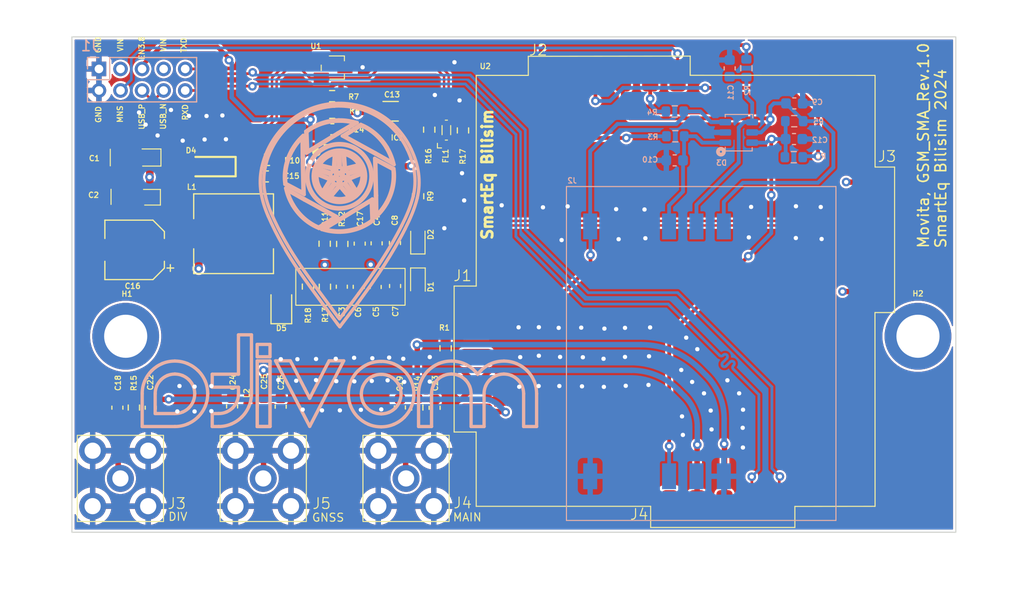
<source format=kicad_pcb>
(kicad_pcb (version 20241229) (generator "pcbnew") (generator_version "9.0")
  (layers (0 "F.Cu" signal) (4 "In1.Cu" signal) (6 "In2.Cu" signal) (2 "B.Cu" signal) (13 "F.Paste" user) (15 "B.Paste" user) (5 "F.SilkS" user "F.Silkscreen") (7 "B.SilkS" user "B.Silkscreen") (1 "F.Mask" user) (3 "B.Mask" user) (25 "Edge.Cuts" user))
  (net 0 "")
  (net 1 "GND")
  (net 2 "/GSM_Castelled/+3V8")
  (net 3 "/91228-3002/USIM_VDD")
  (net 4 "Net-(J2-CLK)")
  (net 5 "Net-(J2-RST)")
  (net 6 "Net-(J2-I{slash}O)")
  (net 7 "/GSM_Castelled/ANT_DIV")
  (net 8 "Net-(D4-K)")
  (net 9 "Net-(IC1-BST)")
  (net 10 "Net-(C15-Pad2)")
  (net 11 "Net-(IC1-COMP)")
  (net 12 "/GSM_Castelled/ANT_MAIN")
  (net 13 "/GSM_Castelled/ANT_GNSS")
  (net 14 "Net-(J3-Pin_1)")
  (net 15 "Net-(J4-Pin_1)")
  (net 16 "Net-(J5-Pin_1)")
  (net 17 "/GSM_Castelled/USB_P")
  (net 18 "/GSM_Castelled/USB_N")
  (net 19 "/91228-3002/MODEM_NET_STATUS")
  (net 20 "/91228-3002/TXD")
  (net 21 "/91228-3002/EN3V8")
  (net 22 "/91228-3002/USB_GSM_P")
  (net 23 "/91228-3002/RXD")
  (net 24 "/91228-3002/USB_GSM_N")
  (net 25 "/91228-3002/VIN")
  (net 26 "Net-(L2-Pad1)")
  (net 27 "Net-(U2-CTS)")
  (net 28 "Net-(U2-RTS)")
  (net 29 "/91228-3002/USIM_RST")
  (net 30 "/91228-3002/USIM_CLK")
  (net 31 "/91228-3002/VDD_EXT_1V8")
  (net 32 "/91228-3002/USIM_PRESENCE")
  (net 33 "/91228-3002/USIM_DATA")
  (net 34 "Net-(IC1-FREQ)")
  (net 35 "Net-(IC1-FB)")
  (net 37 "Net-(D5-A)")
  (footprint "Capacitor_SMD:C_0603_1608Metric" (layer "F.Cu") (at 103.32 98.915 -90)
    (property "Reference" "C5")
    (property "Value" "10pF" (hide yes))
  )
  (footprint "Capacitor_SMD:C_0603_1608Metric" (layer "F.Cu") (at 90 110.005 -90)
    (property "Reference" "C24")
    (property "Value" "DNP" (hide yes))
  )
  (footprint "Fiducial:Fiducial_0.5mm_Mask1.5mm" (layer "F.Cu") (at 152.09 116.38)
    (property "Reference" "FID4" (hide yes))
    (property "Value" "Fiducial")
  )
  (footprint "Capacitor_SMD:C_0603_1608Metric" (layer "F.Cu") (at 99.3 84.27 180)
    (property "Reference" "C14")
    (property "Value" "100nF" (hide yes))
  )
  (footprint "Capacitor_SMD:C_0603_1608Metric" (layer "F.Cu") (at 101.75 98.9 -90)
    (property "Reference" "C6")
    (property "Value" "10pF" (hide yes))
  )
  (footprint "Library:TPET05US3" (layer "F.Cu") (at 98.27 77.615 -90)
    (property "Reference" "U1")
    (property "Value" "TPET05US3" (hide yes))
  )
  (footprint "Capacitor_SMD:C_0603_1608Metric" (layer "F.Cu") (at 93.23 88.65 180)
    (property "Reference" "C15")
    (property "Value" "220pF" (hide yes))
  )
  (footprint "Resistor_SMD:R_0603_1608Metric" (layer "F.Cu") (at 99.29 82.74 180)
    (property "Reference" "R8")
    (property "Value" "100K" (hide yes))
  )
  (footprint "Inductor_SMD:L_7.3x7.3_H3.5" (layer "F.Cu") (at 90.14 93.97 180)
    (property "Reference" "L1")
    (property "Value" "10uH" (hide yes))
  )
  (footprint "Resistor_SMD:R_0603_1608Metric" (layer "F.Cu") (at 107.18 110.11 90)
    (property "Reference" "R14")
    (property "Value" "0R")
  )
  (footprint "Library:SS4FA" (layer "F.Cu") (at 87.79 85.09 180)
    (property "Reference" "D4")
    (property "Value" "SS34FA" (hide yes))
  )
  (footprint "Library:TDZVTR5.1" (layer "F.Cu") (at 107.23 97.26 180)
    (property "Reference" "D1")
    (property "Value" "TDZVTR5.1" (hide yes))
  )
  (footprint "Capacitor_SMD:C_0603_1608Metric" (layer "F.Cu") (at 105.57 110.1 -90)
    (property "Reference" "C19")
    (property "Value" "DNP" (hide yes))
  )
  (footprint "Fiducial:Fiducial_0.5mm_Mask1.5mm" (layer "F.Cu") (at 76.53 84.58)
    (property "Reference" "FID1" (hide yes))
    (property "Value" "Fiducial")
  )
  (footprint "Library:ACM2012-900-2P-T002" (layer "F.Cu") (at 109.479618 83.42652 90)
    (property "Reference" "FL1")
    (property "Value" "ACM2012-900-2P-T002" (hide yes))
  )
  (footprint "Resistor_SMD:R_0603_1608Metric" (layer "F.Cu") (at 80.89 110.11 90)
    (property "Reference" "R15")
    (property "Value" "0R")
  )
  (footprint "Capacitor_SMD:C_0603_1608Metric" (layer "F.Cu") (at 105.11 94.83 90)
    (property "Reference" "C8")
    (property "Value" "0.1uF" (hide yes))
  )
  (footprint "Fiducial:Fiducial_0.5mm_Mask1.5mm" (layer "F.Cu") (at 146.48 77.82)
    (property "Reference" "FID2" (hide yes))
    (property "Value" "Fiducial")
  )
  (footprint "footprint:Screw_Terminal_1x1" (layer "F.Cu") (at 80.13 103.49)
    (property "Reference" "H1")
    (property "Value" "DNP" (hide yes))
  )
  (footprint "Library:PCB.SMAFRA.HT" (layer "F.Cu") (at 106.14 116.69)
    (property "Reference" "J4")
    (property "Value" "PCB.SMAFRA.HT" (hide yes))
  )
  (footprint "Capacitor_SMD:C_0603_1608Metric" (layer "F.Cu") (at 94.51 110.03 -90)
    (property "Reference" "C26")
    (property "Value" "DNP" (hide yes))
  )
  (footprint "Library:TDZVTR5.1" (layer "F.Cu") (at 107.23 95.73)
    (property "Reference" "D2")
    (property "Value" "TDZVTR5.1" (hide yes))
  )
  (footprint "Fiducial:Fiducial_0.5mm_Mask1.5mm" (layer "F.Cu") (at 111.51 116.77)
    (property "Reference" "FID3" (hide yes))
    (property "Value" "Fiducial")
  )
  (footprint "Resistor_SMD:R_0603_1608Metric" (layer "F.Cu") (at 109.81 104.61 90)
    (property "Reference" "R1")
    (property "Value" "0R" (hide yes))
  )
  (footprint "Capacitor_SMD:C_0603_1608Metric" (layer "F.Cu") (at 103.41 94.86 90)
    (property "Reference" "C4")
    (property "Value" "33pF" (hide yes))
  )
  (footprint "Capacitor_SMD:C_0603_1608Metric" (layer "F.Cu") (at 79.36 110.12 -90)
    (property "Reference" "C18")
    (property "Value" "DNP" (hide yes))
  )
  (footprint "Capacitor_SMD:C_1206_3216Metric" (layer "F.Cu") (at 104.71 82.6)
    (property "Reference" "C13")
    (property "Value" "10uF" (hide yes))
  )
  (footprint "Capacitor_SMD:C_0603_1608Metric" (layer "F.Cu") (at 92.94 110.01 90)
    (property "Reference" "C25")
    (property "Value" "100pF" (hide yes))
  )
  (footprint "KiCad:T490A" (layer "F.Cu") (at 81.06 90.57 180)
    (property "Reference" "C2")
    (property "Value" "T490A107M006ATE500" (hide yes))
  )
  (footprint "Capacitor_SMD:C_0603_1608Metric" (layer "F.Cu") (at 105.12 98.825 -90)
    (property "Reference" "C7")
    (property "Value" "0.1uF" (hide yes))
  )
  (footprint "Resistor_SMD:R_0603_1608Metric" (layer "F.Cu") (at 98.59 94.9 -90)
    (property "Reference" "R11")
    (property "Value" "40.2K" (hide yes))
  )
  (footprint "Capacitor_SMD:CP_Elec_5x5.4" (layer "F.Cu") (at 80.96 95.47 180)
    (property "Reference" "C16")
    (property "Value" "100uF" (hide yes))
  )
  (footprint "footprint:Screw_Terminal_1x1" (layer "F.Cu") (at 153.63 103.49)
    (property "Reference" "H2")
    (property "Value" "DNP" (hide yes))
  )
  (footprint "Footprint Library:GSM_Castelled" (layer "F.Cu") (at 121.17 79.27 90)
    (property "Reference" "U2")
    (property "Value" "DNP" (hide yes))
  )
  (footprint "Capacitor_SMD:C_0603_1608Metric" (layer "F.Cu") (at 82.45 110.125 -90)
    (property "Reference" "C22")
    (property "Value" "DNP" (hide yes))
  )
  (footprint "Resistor_SMD:R_0603_1608Metric" (layer "F.Cu") (at 93.24 87.11)
    (property "Reference" "R10")
    (property "Value" "68.1K" (hide yes))
  )
  (footprint "Resistor_SMD:R_0603_1608Metric" (layer "F.Cu") (at 111.42 84.38 -90)
    (property "Reference" "R17")
    (property "Value" "DNP")
  )
  (footprint "Resistor_SMD:R_0603_1608Metric" (layer "F.Cu") (at 99.28 81.2)
    (property "Reference" "R7")
    (property "Value" "24.9K" (hide yes))
  )
  (footprint "Resistor_SMD:R_0603_1608Metric" (layer "F.Cu") (at 107.26 90.49 -90)
    (property "Reference" "R9")
    (property "Value" "200K" (hide yes))
  )
  (footprint "Library:PCB.SMAFRA.HT" (layer "F.Cu") (at 92.89 116.69)
    (property "Reference" "J5")
    (property "Value" "PCB.SMAFRA.HT" (hide yes))
  )
  (footprint "Capacitor_SMD:C_0603_1608Metric" (layer "F.Cu") (at 108.79 110.135 -90)
    (property "Reference" "C23")
    (property "Value" "DNP" (hide yes))
  )
  (footprint "Inductor_SMD:L_0402_1005Metric" (layer "F.Cu") (at 91.37 110.325 -90)
    (property "Reference" "L2")
    (property "Value" "47nH 5%" (hide yes))
  )
  (footprint "Library:MP1584EN-LF-Z" (layer "F.Cu") (at 101.877 93.545)
    (property "Reference" "IC1")
    (property "Value" "MP1584EN-LF-Z" (hide yes))
  )
  (footprint "LED_SMD:LED_0805_2012Metric" (layer "F.Cu") (at 94.57 100.64 90)
    (property "Reference" "D5")
    (property "Value" "RED LED")
  )
  (footprint "KiCad:T490A" (layer "F.Cu") (at 81.06 86.89 180)
    (property "Reference" "C1")
    (property "Value" "T490A107M006ATE500" (hide yes))
  )
  (footprint "Library:PCB.SMAFRA.HT" (layer "F.Cu") (at 79.64 116.69)
    (property "Reference" "J3")
    (property "Value" "PCB.SMAFRA.HT" (hide yes))
  )
  (footprint "Resistor_SMD:R_0603_1608Metric" (layer "F.Cu") (at 108.29 84.31 90)
    (property "Reference" "R16")
    (property "Value" "DNP")
  )
  (footprint "Resistor_SMD:R_0603_1608Metric" (layer "F.Cu") (at 97.04 98.88 90)
    (property "Reference" "R18")
    (property "Value" "1K")
  )
  (footprint "Resistor_SMD:R_0603_1608Metric" (layer "F.Cu") (at 98.61 98.89 -90)
    (property "Reference" "R13")
    (property "Value" "10R" (hide yes))
  )
  (footprint "Capacitor_SMD:C_0603_1608Metric" (layer "F.Cu") (at 100.18 98.89 -90)
    (property "Reference" "C3")
    (property "Value" "33pF" (hide yes))
  )
  (footprint "Resistor_SMD:R_0603_1608Metric" (layer "F.Cu") (at 100.22 94.92 -90)
    (property "Reference" "R12")
    (property "Value" "150K" (hide yes))
  )
  (footprint "Capacitor_SMD:C_0603_1608Metric" (layer "F.Cu") (at 101.84 94.89 90)
    (property "Reference" "C17")
    (property "Value" "0.1uF" (hide yes))
  )
  (footprint "Capacitor_SMD:C_0603_1608Metric" (layer "B.Cu") (at 142.13 85.18)
    (property "Reference" "C12")
    (property "Value" "33pF" (hide yes))
  )
  (footprint "Resistor_SMD:R_0603_1608Metric" (layer "B.Cu") (at 137.71 78.605 -90)
    (property "Reference" "R2")
    (property "Value" "22R" (hide yes))
  )
  (footprint "Capacitor_SMD:C_0603_1608Metric" (layer "B.Cu") (at 131.06 87.16 180)
    (property "Reference" "C10")
    (property "Value" "33pF" (hide yes))
  )
  (footprint "Library:ESDA6V1-5SC6" (layer "B.Cu") (at 135.75 85.515 90)
    (property "Reference" "D3")
    (property "Value" "ESDA6V1-5SC6" (hide yes))
  )
  (footprint "Resistor_SMD:R_0603_1608Metric" (layer "B.Cu") (at 131.07 82.62 180)
    (property "Reference" "R4")
    (property "Value" "51K" (hide yes))
  )
  (footprint "Capacitor_SMD:C_0603_1608Metric" (layer "B.Cu") (at 136.16 78.615 90)
    (property "Reference" "C11")
    (property "Value" "33pF" (hide yes))
  )
  (footprint "Connector_PinHeader_2.00mm:PinHeader_2x05_P2.00mm_Vertical" (layer "B.Cu") (at 77.65 78.67 -90)
    (property "Reference" "J1")
    (property "Value" "FEMALE Through Hole Pin Header" (hide yes))
  )
  (footprint "Resistor_SMD:R_0603_1608Metric" (layer "B.Cu") (at 131.12 84.92)
    (property "Reference" "R3")
    (property "Value" "22R" (hide yes))
  )
  (footprint "Resistor_SMD:R_0603_1608Metric" (layer "B.Cu") (at 142.15 83.52 180)
    (property "Reference" "R5")
    (property "Value" "15K" (hide yes))
  )
  (footprint "KiCad:912283002" (layer "B.Cu") (at 133.52 105.09 90)
    (property "Reference" "J2")
    (property "Value" "91228-3002" (hide yes))
  )
  (footprint "Capacitor_SMD:C_0603_1608Metric" (layer "B.Cu") (at 142.16 81.87)
    (property "Reference" "C9")
    (property "Value" "0.1uF" (hide yes))
  )
  (footprint "Resistor_SMD:R_0603_1608Metric" (layer "B.Cu") (at 142.11 86.86 180)
    (property "Reference" "R6")
    (property "Value" "22R" (hide yes))
  )
  (gr_rect (start 95.91 97.19) (end 106.05 100.61) (stroke (width 0.1)) (fill no) (layer "F.SilkS"))
  (gr_line (start 98.389884 90.033026) (end 99.062721 88.956262) (stroke (width 0.3075)) (layer "B.SilkS"))
  (gr_curve (pts (xy 94.998405 89.302241) (xy 95.170254 89.39338) (xy 96.158196 89.91733) (xy 96.576908 90.139392)) (stroke (width 0.3075)) (layer "B.SilkS"))
  (gr_arc (start 100.800161 90.559796) (mid 99.984014 90.716579) (end 99.167866 90.5598) (stroke (width 0.3075)) (layer "B.SilkS"))
  (gr_line (start 92.327815 104.246026) (end 93.519172 104.246026) (stroke (width 0.3075)) (layer "B.SilkS"))
  (gr_line (start 99.423609 89.241404) (end 99.575636 89.351857) (stroke (width 0.3075)) (layer "B.SilkS"))
  (gr_curve (pts (xy 96.595254 84.834843) (xy 96.169982 85.216819) (xy 95.80007 85.671821) (xy 95.50808 86.196646)) (stroke (width 0.3075)) (layer "B.SilkS"))
  (gr_line (start 92.327815 105.79394) (end 93.519172 105.79394) (stroke (width 0.3075)) (layer "B.SilkS"))
  (gr_line (start 98.65841 90.39924) (end 99.437215 89.327307) (stroke (width 0.3075)) (layer "B.SilkS"))
  (gr_circle (center 99.944881 88.019873) (end 99.834181 88.019873) (stroke (width 0.3075)) (fill no) (layer "B.SilkS"))
  (gr_line (start 101.23143 90.417579) (end 100.452625 89.345646) (stroke (width 0.3075)) (layer "B.SilkS"))
  (gr_line (start 100.020304 92.552702) (end 103.017916 90.735811) (stroke (width 0.3075)) (layer "B.SilkS"))
  (gr_line (start 100.427329 86.602564) (end 100.515898 87.869168) (stroke (width 0.3075)) (layer "B.SilkS"))
  (gr_curve (pts (xy 86.391653 108.115295) (xy 86.486356 108.336499) (xy 86.533708 108.573516) (xy 86.533708 108.825916)) (stroke (width 0.3075)) (layer "B.SilkS"))
  (gr_curve (pts (xy 106.263164 86.154461) (xy 106.919386 87.540554) (xy 107.175223 88.995053) (xy 106.798214 90.518131)) (stroke (width 0.3075)) (layer "B.SilkS"))
  (gr_curve (pts (xy 103.116633 107.167915) (xy 103.34222 107.072954) (xy 103.581643 107.025602) (xy 103.834387 107.025602)) (stroke (width 0.3075)) (layer "B.SilkS"))
  (gr_line (start 97.841259 87.868991) (end 99.218372 88.316442) (stroke (width 0.3075)) (layer "B.SilkS"))
  (gr_line (start 96.595254 84.834843) (end 96.617908 86.831918) (stroke (width 0.3075)) (layer "B.SilkS"))
  (gr_line (start 98.724533 90.5233) (end 98.572507 90.412846) (stroke (width 0.3075)) (layer "B.SilkS"))
  (gr_curve (pts (xy 106.866363 108.853158) (xy 106.866363 108.42914) (xy 106.787472 108.033998) (xy 106.629346 107.668762)) (stroke (width 0.3075)) (layer "B.SilkS"))
  (gr_circle (center 100.331177 89.129861) (end 100.251227 89.129861) (stroke (width 0.3075)) (fill no) (layer "B.SilkS"))
  (gr_curve (pts (xy 99.001754 105.766784) (xy 98.875511 106.010504) (xy 98.731135 106.288083) (xy 98.568713 106.599264)) (stroke (width 0.3075)) (layer "B.SilkS"))
  (gr_line (start 102.045966 88.430268) (end 100.868723 88.905905) (stroke (width 0.3075)) (layer "B.SilkS"))
  (gr_line (start 97.880745 87.946485) (end 99.140878 88.355927) (stroke (width 0.3075)) (layer "B.SilkS"))
  (gr_curve (pts (xy 104.916791 87.998729) (xy 104.744942 87.907589) (xy 103.757001 87.383639) (xy 103.338289 87.161577)) (stroke (width 0.3075)) (layer "B.SilkS"))
  (gr_curve (pts (xy 85.870353 111.634711) (xy 86.240574 111.476929) (xy 86.565591 111.258045) (xy 86.84489 110.978403)) (stroke (width 0.3075)) (layer "B.SilkS"))
  (gr_line (start 99.437215 89.327307) (end 99.489733 89.365463) (stroke (width 0.3075)) (layer "B.SilkS"))
  (gr_line (start 100.403424 88.023975) (end 100.294142 86.461171) (stroke (width 0.3075)) (layer "B.SilkS"))
  (gr_line (start 101.217825 90.503483) (end 100.366722 89.332041) (stroke (width 0.3075)) (layer "B.SilkS"))
  (gr_curve (pts (xy 110.345216 106.99879) (xy 110.597959 106.99879) (xy 110.834976 107.046055) (xy 111.055836 107.140759)) (stroke (width 0.3075)) (layer "B.SilkS"))
  (gr_curve (pts (xy 82.86519 108.825916) (xy 82.86519 108.573516) (xy 82.912886 108.336499) (xy 83.007504 108.115295)) (stroke (width 0.3075)) (layer "B.SilkS"))
  (gr_curve (pts (xy 106.048399 93.523423) (xy 104.863345 95.868174) (xy 103.401902 98.031283) (xy 101.858796 100.138808)) (stroke (width 0.3075)) (layer "B.SilkS"))
  (gr_curve (pts (xy 96.734454 108.345523) (xy 96.558539 108.007185) (xy 96.384944 107.671168) (xy 96.213412 107.337127)) (stroke (width 0.3075)) (layer "B.SilkS"))
  (gr_curve (pts (xy 101.339604 83.695665) (xy 100.883452 83.575443) (xy 100.405036 83.514288) (xy 99.91213 83.52212)) (stroke (width 0.3075)) (layer "B.SilkS"))
  (gr_curve (pts (xy 93.066967 87.826211) (xy 93.695087 84.861697) (xy 96.078833 82.565522) (xy 98.970129 82.175793)) (stroke (width 0.3075)) (layer "B.SilkS"))
  (gr_curve (pts (xy 96.487191 85.093123) (xy 96.155 85.428051) (xy 95.86283 85.811793) (xy 95.62316 86.242579)) (stroke (width 0.3075)) (layer "B.SilkS"))
  (gr_line (start 88.158107 111.871728) (end 88.158107 110.666878) (stroke (width 0.3075)) (layer "B.SilkS"))
  (gr_curve (pts (xy 101.961648 83.941732) (xy 101.796795 84.044988) (xy 100.84907 84.638595) (xy 100.447402 84.89018)) (stroke (width 0.3075)) (layer "B.SilkS"))
  (gr_curve (pts (xy 103.428005 92.207847) (xy 103.760197 91.872919) (xy 104.052366 91.489176) (xy 104.292037 91.058391)) (stroke (width 0.3075)) (layer "B.SilkS"))
  (gr_line (start 90.594619 108.21696) (end 88.158107 108.21696) (stroke (width 0.3075)) (layer "B.SilkS"))
  (gr_curve (pts (xy 103.834387 110.69412) (xy 103.581643 110.69412) (xy 103.34222 110.646768) (xy 103.116633 110.552065)) (stroke (width 0.3075)) (layer "B.SilkS"))
  (gr_line (start 99.846726 87.835421) (end 99.846726 86.387439) (stroke (width 0.3075)) (layer "B.SilkS"))
  (gr_line (start 100.218978 84.891861) (end 101.937737 83.815317) (stroke (width 0.3075)) (layer "B.SilkS"))
  (gr_curve (pts (xy 96.305836 97.571717) (xy 95.161658 95.918164) (xy 94.146877 94.17943) (xy 93.343246 92.319419)) (stroke (width 0.3075)) (layer "B.SilkS"))
  (gr_line (start 99.973141 86.448939) (end 99.973141 87.773921) (stroke (width 0.3075)) (layer "B.SilkS"))
  (gr_curve (pts (xy 104.551797 107.167915) (xy 104.777383 107.262619) (xy 104.973752 107.393503) (xy 105.140557 107.560394)) (stroke (width 0.3075)) (layer "B.SilkS"))
  (gr_line (start 99.218372 88.316442) (end 99.160303 88.49516) (stroke (width 0.3075)) (layer "B.SilkS"))
  (gr_curve (pts (xy 93.633641 92.070427) (xy 93.045482 90.709515) (xy 92.750371 89.319727) (xy 93.066967 87.826211)) (stroke (width 0.3075)) (layer "B.SilkS"))
  (gr_curve (pts (xy 85.41007 107.140759) (xy 85.636001 107.235377) (xy 85.832111 107.366346) (xy 85.998917 107.533152)) (stroke (width 0.3075)) (layer "B.SilkS"))
  (gr_line (start 99.62094 86.461171) (end 99.511658 88.023975) (stroke (width 0.3075)) (layer "B.SilkS"))
  (gr_curve (pts (xy 105.533036 109.570482) (xy 105.438332 109.796069) (xy 105.307449 109.992523) (xy 105.140557 110.159329)) (stroke (width 0.3075)) (layer "B.SilkS"))
  (gr_curve (pts (xy 118.250473 108.825916) (xy 118.250473 108.401984) (xy 118.171582 108.007185) (xy 118.013456 107.641605)) (stroke (width 0.3075)) (layer "B.SilkS"))
  (gr_curve (pts (xy 102.90516 90.934473) (xy 102.224151 91.347241) (xy 100.117096 92.624354) (xy 100.117096 92.624354)) (stroke (width 0.3075)) (layer "B.SilkS"))
  (gr_curve (pts (xy 103.304915 86.459773) (xy 103.304915 86.459773) (xy 104.415313 87.084177) (xy 104.862459 87.335618)) (stroke (width 0.3075)) (layer "B.SilkS"))
  (gr_curve (pts (xy 102.527872 107.560394) (xy 102.695022 107.393503) (xy 102.89139 107.262619) (xy 103.116633 107.167915)) (stroke (width 0.3075)) (layer "B.SilkS"))
  (gr_circle (center 99.957541 88.63768) (end 97.037107 88.63768) (stroke (width 0.3075)) (fill no) (layer "B.SilkS"))
  (gr_line (start 98.167202 87.562) (end 99.399184 87.869168) (stroke (width 0.3075)) (layer "B.SilkS"))
  (gr_line (start 100.686292 88.284377) (end 102.063404 87.836926) (stroke (width 0.3075)) (layer "B.SilkS"))
  (gr_arc (start 102.139282 88.259908) (mid 102.059865 89.292927) (end 101.516919 90.175343) (stroke (width 0.3075)) (layer "B.SilkS"))
  (gr_line (start 96.901509 86.495159) (end 96.828573 84.468398) (stroke (width 0.3075)) (layer "B.SilkS"))
  (gr_curve (pts (xy 116.510918 107.533152) (xy 116.678067 107.700387) (xy 116.809036 107.894349) (xy 116.903654 108.115295)) (stroke (width 0.3075)) (layer "B.SilkS"))
  (gr_curve (pts (xy 90.059827 110.132086) (xy 89.892936 110.299321) (xy 89.696568 110.430205) (xy 89.47098 110.524909)) (stroke (width 0.3075)) (layer "B.SilkS"))
  (gr_curve (pts (xy 84.692746 105.79394) (xy 84.268729 105.79394) (xy 83.873586 105.872831) (xy 83.50835 106.030613)) (stroke (width 0.3075)) (layer "B.SilkS"))
  (gr_line (start 100.800161 90.559796) (end 99.984015 89.587152) (stroke (width 0.3075)) (layer "B.SilkS"))
  (gr_curve (pts (xy 105.733787 93.217097) (xy 104.605164 95.450194) (xy 103.213313 97.510298) (xy 101.743689 99.517464)) (stroke (width 0.3075)) (layer "B.SilkS"))
  (gr_circle (center 99.957541 88.63768) (end 99.739012 88.63768) (stroke (width 0.3075)) (fill no) (layer "B.SilkS"))
  (gr_circle (center 99.944881 88.019873) (end 99.864931 88.019873) (stroke (width 0.3075)) (fill no) (layer "B.SilkS"))
  (gr_line (start 99.001754 105.766784) (end 100.35562 105.766784) (stroke (width 0.3075)) (layer "B.SilkS"))
  (gr_line (start 100.686737 88.846774) (end 102.139282 88.259908) (stroke (width 0.3075)) (layer "B.SilkS"))
  (gr_curve (pts (xy 84.692746 106.99879) (xy 84.94549 106.99879) (xy 85.184827 107.046055) (xy 85.41007 107.140759)) (stroke (width 0.3075)) (layer "B.SilkS"))
  (gr_arc (start 97.991573 87.644975) (mid 98.66303 86.855944) (end 99.62094 86.461171) (stroke (width 0.3075)) (layer "B.SilkS"))
  (gr_curve (pts (xy 85.998917 110.132086) (xy 85.832111 110.299321) (xy 85.636001 110.430205) (xy 85.41007 110.524909)) (stroke (width 0.3075)) (layer "B.SilkS"))
  (gr_curve (pts (xy 84.692746 111.871728) (xy 85.107998 111.871728) (xy 85.500391 111.792837) (xy 85.870353 111.634711)) (stroke (width 0.3075)) (layer "B.SilkS"))
  (gr_line (start 113.377535 108.825916) (end 113.377535 111.871728) (stroke (width 0.3075)) (layer "B.SilkS"))
  (gr_curve (pts (xy 109.160819 106.030613) (xy 108.795325 106.188739) (xy 108.472714 106.405216) (xy 108.193072 106.680476)) (stroke (width 0.3075)) (layer "B.SilkS"))
  (gr_line (start 82.86519 110.666878) (end 84.692746 110.666878) (stroke (width 0.3075)) (layer "B.SilkS"))
  (gr_curve (pts (xy 90.594619 108.825916) (xy 90.594619 109.078745) (xy 90.547267 109.318082) (xy 90.452563 109.543326)) (stroke (width 0.3075)) (layer "B.SilkS"))
  (gr_arc (start 100.427329 86.602564) (mid 101.17976 86.955445) (end 101.747885 87.561999) (stroke (width 0.3075)) (layer "B.SilkS"))
  (gr_curve (pts (xy 109.038959 107.533152) (xy 109.206194 107.366346) (xy 109.402219 107.235377) (xy 109.627806 107.140759)) (stroke (width 0.3075)) (layer "B.SilkS"))
  (gr_line (start 93.519172 105.79394) (end 93.519172 111.871728) (stroke (width 0.3075)) (layer "B.SilkS"))
  (gr_curve (pts (xy 99.965461 101.868639) (xy 99.89336 101.782702) (xy 99.852367 101.739733) (xy 99.817476 101.692381)) (stroke (width 0.3075)) (layer "B.SilkS"))
  (gr_line (start 99.908226 87.773921) (end 99.908226 86.448939) (stroke (width 0.3075)) (layer "B.SilkS"))
  (gr_line (start 97.792163 88.310264) (end 99.244707 88.897131) (stroke (width 0.3075)) (layer "B.SilkS"))
  (gr_line (start 102.121474 88.015644) (end 100.744361 88.463095) (stroke (width 0.3075)) (layer "B.SilkS"))
  (gr_curve (pts (xy 100.788661 108.853158) (xy 100.788661 109.26841) (xy 100.867552 109.660803) (xy 101.025248 110.030765)) (stroke (width 0.3075)) (layer "B.SilkS"))
  (gr_line (start 101.617312 83.660111) (end 99.899121 84.678267) (stroke (width 0.3075)) (layer "B.SilkS"))
  (gr_line (start 90.594619 108.825916) (end 90.594619 108.21696) (stroke (width 0.3075)) (layer "B.SilkS"))
  (gr_curve (pts (xy 90.9058 110.978403) (xy 91.1857 110.698761) (xy 91.404584 110.37383) (xy 91.562366 110.003523)) (stroke (width 0.3075)) (layer "B.SilkS"))
  (gr_circle (center 99.957541 88.63768) (end 97.521243 88.63768) (stroke (width 0.3075)) (fill no) (layer "B.SilkS"))
  (gr_curve (pts (xy 85.998917 107.533152) (xy 86.166066 107.700387) (xy 86.296692 107.894349) (xy 86.391653 108.115295)) (stroke (width 0.3075)) (layer "B.SilkS"))
  (gr_curve (pts (xy 85.41007 110.524909) (xy 85.184827 110.619526) (xy 84.94549 110.666878) (xy 84.692746 110.666878)) (stroke (width 0.3075)) (layer "B.SilkS"))
  (gr_curve (pts (xy 104.396335 85.935921) (xy 103.798121 84.936892) (xy 102.914593 84.199717) (xy 101.937737 83.815317)) (stroke (width 0.3075)) (layer "B.SilkS"))
  (gr_curve (pts (xy 104.299016 86.012616) (xy 103.72565 85.055085) (xy 102.89018 84.338104) (xy 101.961648 83.941732)) (stroke (width 0.3075)) (layer "B.SilkS"))
  (gr_line (start 82.86519 108.825916) (end 82.86519 110.666878) (stroke (width 0.3075)) (layer "B.SilkS"))
  (gr_curve (pts (xy 98.970129 82.175793) (xy 102.02462 81.764236) (xy 104.929408 83.337932) (xy 106.263164 86.154461)) (stroke (width 0.3075)) (layer "B.SilkS"))
  (gr_curve (pts (xy 81.897358 107.641605) (xy 81.739576 108.007185) (xy 81.660685 108.401984) (xy 81.660685 108.825916)) (stroke (width 0.3075)) (layer "B.SilkS"))
  (gr_arc (start 100.294142 86.461171) (mid 101.252071 86.855916) (end 101.923509 87.644975) (stroke (width 0.3075)) (layer "B.SilkS"))
  (gr_line (start 100.034641 86.387439) (end 100.034641 87.835421) (stroke (width 0.3075)) (layer "B.SilkS"))
  (gr_line (start 100.515898 87.869168) (end 101.747885 87.561999) (stroke (width 0.3075)) (layer "B.SilkS"))
  (gr_curve (pts (xy 83.399982 107.533152) (xy 83.567131 107.366346) (xy 83.761179 107.235377) (xy 83.98204 107.140759)) (stroke (width 0.3075)) (layer "B.SilkS"))
  (gr_curve (pts (xy 83.50835 106.030613) (xy 83.142856 106.188739) (xy 82.822565 106.405216) (xy 82.547306 106.680476)) (stroke (width 0.3075)) (layer "B.SilkS"))
  (gr_curve (pts (xy 102.649732 106.057769) (xy 102.284152 106.215895) (xy 101.961885 106.432459) (xy 101.6819 106.707718)) (stroke (width 0.3075)) (layer "B.SilkS"))
  (gr_line (start 99.244707 88.897131) (end 98.414525 90.2257) (stroke (width 0.3075)) (layer "B.SilkS"))
  (gr_curve (pts (xy 95.50808 86.196646) (xy 94.942003 87.214229) (xy 94.745354 88.347974) (xy 94.900882 89.386156)) (stroke (width 0.3075)) (layer "B.SilkS"))
  (gr_curve (pts (xy 104.551797 110.552065) (xy 104.326209 110.646768) (xy 104.086872 110.69412) (xy 103.834387 110.69412)) (stroke (width 0.3075)) (layer "B.SilkS"))
  (gr_curve (pts (xy 109.627806 107.140759) (xy 109.853393 107.046055) (xy 110.09273 106.99879) (xy 110.345216 106.99879)) (stroke (width 0.3075)) (layer "B.SilkS"))
  (gr_curve (pts (xy 104.862459 87.335618) (xy 104.738498 86.880467) (xy 104.552252 86.43557) (xy 104.299016 86.012616)) (stroke (width 0.3075)) (layer "B.SilkS"))
  (gr_curve (pts (xy 99.894369 83.399492) (xy 98.730078 83.418046) (xy 97.649902 83.814616) (xy 96.828573 84.468398)) (stroke (width 0.3075)) (layer "B.SilkS"))
  (gr_curve (pts (xy 95.62316 86.242579) (xy 95.080596 87.217894) (xy 94.877408 88.299923) (xy 94.998405 89.302241)) (stroke (width 0.3075)) (layer "B.SilkS"))
  (gr_curve (pts (xy 90.452563 109.543326) (xy 90.357602 109.769256) (xy 90.226976 109.965281) (xy 90.059827 110.132086)) (stroke (width 0.3075)) (layer "B.SilkS"))
  (gr_curve (pts (xy 100.025056 93.831478) (xy 101.189347 93.812923) (xy 102.269523 93.416354) (xy 103.090852 92.762571)) (stroke (width 0.3075)) (layer "B.SilkS"))
  (gr_line (start 101.923509 87.644975) (end 100.403424 88.023975) (stroke (width 0.3075)) (layer "B.SilkS"))
  (gr_line (start 99.77614 92.403781) (end 98.057382 93.480325) (stroke (width 0.3075)) (layer "B.SilkS"))
  (gr_circle (center 99.957541 88.63768) (end 97.620541 88.63768) (stroke (width 0.3075)) (fill no) (layer "B.SilkS"))
  (gr_curve (pts (xy 96.576908 90.139392) (xy 96.559944 89.343237) (xy 96.507459 86.879917) (xy 96.507459 86.879917)) (stroke (width 0.3075)) (layer "B.SilkS"))
  (gr_curve (pts (xy 103.834387 105.820839) (xy 103.410025 105.820839) (xy 103.015312 105.899987) (xy 102.649732 106.057769)) (stroke (width 0.3075)) (layer "B.SilkS"))
  (gr_curve (pts (xy 102.649732 111.661867) (xy 103.015312 111.819993) (xy 103.410025 111.898884) (xy 103.834387 111.898884)) (stroke (width 0.3075)) (layer "B.SilkS"))
  (gr_curve (pts (xy 106.629346 107.668762) (xy 106.47165 107.303268) (xy 106.255086 106.982977) (xy 105.979827 106.707718)) (stroke (width 0.3075)) (layer "B.SilkS"))
  (gr_line (start 97.860685 88.008223) (end 97.880745 87.946485) (stroke (width 0.3075)) (layer "B.SilkS"))
  (gr_curve (pts (xy 106.629346 110.030765) (xy 106.787472 109.660803) (xy 106.866363 109.26841) (xy 106.866363 108.853158)) (stroke (width 0.3075)) (layer "B.SilkS"))
  (gr_curve (pts (xy 105.032103 87.558343) (xy 104.913939 86.999059) (xy 104.704852 86.451205) (xy 104.396335 85.935921)) (stroke (width 0.3075)) (layer "B.SilkS"))
  (gr_curve (pts (xy 99.991657 102.607542) (xy 99.91595 102.517307) (xy 99.872908 102.47219) (xy 99.836273 102.42247)) (stroke (width 0.3075)) (layer "B.SilkS"))
  (gr_curve (pts (xy 103.834387 111.898884) (xy 104.249295 111.898884) (xy 104.642031 111.819993) (xy 105.011994 111.661867)) (stroke (width 0.3075)) (layer "B.SilkS"))
  (gr_curve (pts (xy 98.033471 93.353909) (xy 98.198324 93.250654) (xy 99.146049 92.657046) (xy 99.547716 92.405462)) (stroke (width 0.3075)) (layer "B.SilkS"))
  (gr_line (start 112.172685 111.871728) (end 112.172685 108.825916) (stroke (width 0.3075)) (layer "B.SilkS"))
  (gr_circle (center 99.604645 89.144938) (end 99.493945 89.144938) (stroke (width 0.3075)) (fill no) (layer "B.SilkS"))
  (gr_curve (pts (xy 87.501455 107.641605) (xy 87.343673 107.276025) (xy 87.124789 106.955821) (xy 86.84489 106.680476)) (stroke (width 0.3075)) (layer "B.SilkS"))
  (gr_curve (pts (xy 105.140557 107.560394) (xy 105.307449 107.727543) (xy 105.438332 107.921591) (xy 105.533036 108.142451)) (stroke (width 0.3075)) (layer "B.SilkS"))
  (gr_line (start 99.399184 87.869168) (end 99.487754 86.602559) (stroke (width 0.3075)) (layer "B.SilkS"))
  (gr_line (start 105.032103 87.558343) (end 103.291259 86.579424) (stroke (width 0.3075)) (layer "B.SilkS"))
  (gr_curve (pts (xy 104.292037 91.058391) (xy 104.8346 90.083076) (xy 105.037789 89.001047) (xy 104.916791 87.998729)) (stroke (width 0.3075)) (layer "B.SilkS"))
  (gr_curve (pts (xy 100.117096 92.624354) (xy 100.117096 92.624354) (xy 99.021148 93.273785) (xy 98.579821 93.535304)) (stroke (width 0.3075)) (layer "B.SilkS"))
  (gr_line (start 117.045623 111.871728) (end 117.045623 108.825916) (stroke (width 0.3075)) (layer "B.SilkS"))
  (gr_line (start 99.984015 89.587152) (end 99.167866 90.5598) (stroke (width 0.3075)) (layer "B.SilkS"))
  (gr_line (start 99.140878 88.355927) (end 99.120818 88.417665) (stroke (width 0.3075)) (layer "B.SilkS"))
  (gr_curve (pts (xy 105.675349 108.853158) (xy 105.675349 109.105902) (xy 105.627997 109.344895) (xy 105.533036 109.570482)) (stroke (width 0.3075)) (layer "B.SilkS"))
  (gr_curve (pts (xy 89.47098 110.524909) (xy 89.245737 110.619526) (xy 89.0064 110.666878) (xy 88.753657 110.666878)) (stroke (width 0.3075)) (layer "B.SilkS"))
  (gr_line (start 103.291259 86.579424) (end 100.218978 84.891861) (stroke (width 0.3075)) (layer "B.SilkS"))
  (gr_curve (pts (xy 96.950008 84.510898) (xy 96.957003 84.705293) (xy 96.99722 85.822851) (xy 97.014264 86.296497)) (stroke (width 0.3075)) (layer "B.SilkS"))
  (gr_line (start 97.201354 111.858235) (end 94.034112 105.766784) (stroke (width 0.3075)) (layer "B.SilkS"))
  (gr_curve (pts (xy 105.140557 110.159329) (xy 104.973752 110.326478) (xy 104.777383 110.457103) (xy 104.551797 110.552065)) (stroke (width 0.3075)) (layer "B.SilkS"))
  (gr_curve (pts (xy 106.604245 86.107655) (xy 107.293278 87.563052) (xy 107.561907 89.090276) (xy 107.166047 90.689508)) (stroke (width 0.3075)) (layer "B.SilkS"))
  (gr_curve (pts (xy 99.836273 102.42247) (xy 98.656182 100.80817) (xy 97.443967 99.216337) (xy 96.305836 97.571717)) (stroke (width 0.3075)) (layer "B.SilkS"))
  (gr_line (start 94.034112 105.766784) (end 95.401041 105.766784) (stroke (width 0.3075)) (layer "B.SilkS"))
  (gr_line (start 103.222621 86.964597) (end 105.014314 87.914813) (stroke (width 0.3075)) (layer "B.SilkS"))
  (gr_line (start 88.158107 108.21696) (end 88.158107 107.012196) (stroke (width 0.3075)) (layer "B.SilkS"))
  (gr_line (start 93.519172 104.246026) (end 93.519172 105.394071) (stroke (width 0.3075)) (layer "B.SilkS"))
  (gr_line (start 96.692576 90.336373) (end 94.900882 89.386156) (stroke (width 0.3075)) (layer "B.SilkS"))
  (gr_curve (pts (xy 101.6819 111.005301) (xy 101.961885 111.285201) (xy 102.284152 111.504085) (xy 102.649732 111.661867)) (stroke (width 0.3075)) (layer "B.SilkS"))
  (gr_curve (pts (xy 105.979827 106.707718) (xy 105.704568 106.432459) (xy 105.381957 106.215895) (xy 105.011994 106.057769)) (stroke (width 0.3075)) (layer "B.SilkS"))
  (gr_curve (pts (xy 95.13266 89.960024) (xy 95.256621 90.415174) (xy 95.442867 90.860072) (xy 95.696103 91.283025)) (stroke (width 0.3075)) (layer "B.SilkS"))
  (gr_curve (pts (xy 97.014264 86.296497) (xy 97.695273 85.883729) (xy 99.802329 84.606615) (xy 99.802329 84.606615)) (stroke (width 0.3075)) (layer "B.SilkS"))
  (gr_circle (center 99.957541 88.63768) (end 99.773041 88.63768) (stroke (width 0.3075)) (fill no) (layer "B.SilkS"))
  (gr_line (start 100.366722 89.332041) (end 100.518749 89.221587) (stroke (width 0.3075)) (layer "B.SilkS"))
  (gr_curve (pts (xy 118.013456 107.641605) (xy 117.855674 107.276025) (xy 117.639197 106.955821) (xy 117.363937 106.680476)) (stroke (width 0.3075)) (layer "B.SilkS"))
  (gr_line (start 97.78319 88.047709) (end 97.841259 87.868991) (stroke (width 0.3075)) (layer "B.SilkS"))
  (gr_curve (pts (xy 103.338289 87.161577) (xy 103.355252 87.957733) (xy 103.407737 90.421053) (xy 103.407737 90.421053)) (stroke (width 0.3075)) (layer "B.SilkS"))
  (gr_line (start 99.908226 86.448939) (end 99.973141 86.448939) (stroke (width 0.3075)) (layer "B.SilkS"))
  (gr_line (start 118.250473 108.825916) (end 118.250473 111.871728) (stroke (width 0.3075)) (layer "B.SilkS"))
  (gr_line (start 102.043979 87.976159) (end 100.783846 88.385601) (stroke (width 0.3075)) (layer "B.SilkS"))
  (gr_curve (pts (xy 83.007504 108.115295) (xy 83.102207 107.894349) (xy 83.233091 107.700387) (xy 83.399982 107.533152)) (stroke (width 0.3075)) (layer "B.SilkS"))
  (gr_arc (start 100.991019 90.595901) (mid 99.984015 90.839602) (end 98.977011 90.595901) (stroke (width 0.3075)) (layer "B.SilkS"))
  (gr_line (start 98.302113 93.570858) (end 100.020304 92.552702) (stroke (width 0.3075)) (layer "B.SilkS"))
  (gr_curve (pts (xy 86.84489 110.978403) (xy 87.124789 110.698761) (xy 87.343673 110.37383) (xy 87.501455 110.003523)) (stroke (width 0.3075)) (layer "B.SilkS"))
  (gr_curve (pts (xy 101.617312 83.660111) (xy 101.073876 83.482803) (xy 100.494876 83.38995) (xy 99.894369 83.399492)) (stroke (width 0.3075)) (layer "B.SilkS"))
  (gr_curve (pts (xy 98.302113 93.570858) (xy 98.845549 93.748167) (xy 99.424548 93.841019) (xy 100.025056 93.831478)) (stroke (width 0.3075)) (layer "B.SilkS"))
  (gr_line (start 100.034641 87.835421) (end 99.846726 87.835421) (stroke (width 0.3075)) (layer "B.SilkS"))
  (gr_curve (pts (xy 99.817476 101.692381) (xy 98.69358 100.154952) (xy 97.53909 98.638921) (xy 96.455155 97.072616)) (stroke (width 0.3075)) (layer "B.SilkS"))
  (gr_line (start 101.369851 90.393029) (end 101.217825 90.503483) (stroke (width 0.3075)) (layer "B.SilkS"))
  (gr_curve (pts (xy 108.504253 108.825916) (xy 108.504253 108.573516) (xy 108.551605 108.336499) (xy 108.646567 108.115295)) (stroke (width 0.3075)) (layer "B.SilkS"))
  (gr_curve (pts (xy 113.911983 107.533152) (xy 114.079132 107.366346) (xy 114.2755 107.235377) (xy 114.500744 107.140759)) (stroke (width 0.3075)) (layer "B.SilkS"))
  (gr_line (start 90.594619 103.35717) (end 91.799382 103.35717) (stroke (width 0.3075)) (layer "B.SilkS"))
  (gr_curve (pts (xy 96.213412 107.337127) (xy 96.04188 107.003086) (xy 95.884098 106.693968) (xy 95.739464 106.409943)) (stroke (width 0.3075)) (layer "B.SilkS"))
  (gr_line (start 99.899121 84.678267) (end 96.901509 86.495159) (stroke (width 0.3075)) (layer "B.SilkS"))
  (gr_line (start 101.283948 90.379423) (end 101.23143 90.417579) (stroke (width 0.3075)) (layer "B.SilkS"))
  (gr_circle (center 100.541373 88.435304) (end 100.461423 88.435304) (stroke (width 0.3075)) (fill no) (layer "B.SilkS"))
  (gr_line (start 100.452625 89.345646) (end 100.505143 89.30749) (stroke (width 0.3075)) (layer "B.SilkS"))
  (gr_curve (pts (xy 115.218497 105.79394) (xy 114.712924 105.79394) (xy 114.250321 105.90437) (xy 113.830686 106.125575)) (stroke (width 0.3075)) (layer "B.SilkS"))
  (gr_curve (pts (xy 112.781642 107.025602) (xy 112.502 106.646616) (xy 112.150256 106.346864) (xy 111.725894 106.125575)) (stroke (width 0.3075)) (layer "B.SilkS"))
  (gr_circle (center 99.366059 88.458808) (end 99.286109 88.458808) (stroke (width 0.3075)) (fill no) (layer "B.SilkS"))
  (gr_curve (pts (xy 98.579821 93.535304) (xy 99.035973 93.655526) (xy 99.514388 93.716681) (xy 100.007295 93.708849)) (stroke (width 0.3075)) (layer "B.SilkS"))
  (gr_curve (pts (xy 98.081273 107.546902) (xy 97.919108 107.867192) (xy 97.759005 108.176397) (xy 97.60088 108.474172)) (stroke (width 0.3075)) (layer "B.SilkS"))
  (gr_curve (pts (xy 111.725894 106.125575) (xy 111.301962 105.90437) (xy 110.841679 105.79394) (xy 110.345216 105.79394)) (stroke (width 0.3075)) (layer "B.SilkS"))
  (gr_line (start 98.710928 90.437396) (end 98.65841 90.39924) (stroke (width 0.3075)) (layer "B.SilkS"))
  (gr_line (start 92.327815 111.871728) (end 92.327815 105.79394) (stroke (width 0.3075)) (layer "B.SilkS"))
  (gr_line (start 94.963015 89.737299) (end 96.70386 90.716218) (stroke (width 0.3075)) (layer "B.SilkS"))
  (gr_curve (pts (xy 115.218497 106.99879) (xy 115.471241 106.99879) (xy 115.707914 107.046055) (xy 115.929118 107.140759)) (stroke (width 0.3075)) (layer "B.SilkS"))
  (gr_line (start 92.327815 105.394071) (end 92.327815 104.246026) (stroke (width 0.3075)) (layer "B.SilkS"))
  (gr_curve (pts (xy 101.993425 108.853158) (xy 101.993425 108.600672) (xy 102.040776 108.363656) (xy 102.135394 108.142451)) (stroke (width 0.3075)) (layer "B.SilkS"))
  (gr_curve (pts (xy 100.447402 84.89018) (xy 101.145375 85.273566) (xy 103.304915 86.459773) (xy 103.304915 86.459773)) (stroke (width 0.3075)) (layer "B.SilkS"))
  (gr_curve (pts (xy 105.011994 106.057769) (xy 104.642031 105.899987) (xy 104.249295 105.820839) (xy 103.834387 105.820839)) (stroke (width 0.3075)) (layer "B.SilkS"))
  (gr_curve (pts (xy 82.547306 106.680476) (xy 82.272047 106.955821) (xy 82.055483 107.276025) (xy 81.897358 107.641605)) (stroke (width 0.3075)) (layer "B.SilkS"))
  (gr_line (start 88.158107 110.666878) (end 88.753657 110.666878) (stroke (width 0.3075)) (layer "B.SilkS"))
  (gr_curve (pts (xy 94.963015 89.737299) (xy 95.08118 90.296583) (xy 95.290267 90.844437) (xy 95.598784 91.359721)) (stroke (width 0.3075)) (layer "B.SilkS"))
  (gr_line (start 96.70386 90.716218) (end 99.77614 92.403781) (stroke (width 0.3075)) (layer "B.SilkS"))
  (gr_curve (pts (xy 111.055836 107.140759) (xy 111.27704 107.235377) (xy 111.471088 107.366346) (xy 111.63798 107.533152)) (stroke (width 0.3075)) (layer "B.SilkS"))
  (gr_line (start 99.120818 88.417665) (end 97.860685 88.008223) (stroke (width 0.3075)) (layer "B.SilkS"))
  (gr_curve (pts (xy 106.798214 90.518131) (xy 106.563603 91.465768) (xy 106.171125 92.352046) (xy 105.733787 93.217097)) (stroke (width 0.3075)) (layer "B.SilkS"))
  (gr_line (start 99.062721 88.956262) (end 97.885474 88.480623) (stroke (width 0.3075)) (layer "B.SilkS"))
  (gr_circle (center 99.604645 89.144938) (end 99.524695 89.144938) (stroke (width 0.3075)) (fill no) (layer "B.SilkS"))
  (gr_curve (pts (xy 86.533708 108.825916) (xy 86.533708 109.078745) (xy 86.486356 109.318082) (xy 86.391653 109.543326)) (stroke (width 0.3075)) (layer "B.SilkS"))
  (gr_line (start 98.977011 90.595901) (end 99.984015 89.3958) (stroke (width 0.3075)) (layer "B.SilkS"))
  (gr_curve (pts (xy 112.030372 108.115295) (xy 112.125419 108.336499) (xy 112.172685 108.573516) (xy 112.172685 108.825916)) (stroke (width 0.3075)) (layer "B.SilkS"))
  (gr_curve (pts (xy 96.507459 86.879917) (xy 96.507459 86.879917) (xy 96.49301 85.606083) (xy 96.487191 85.093123)) (stroke (width 0.3075)) (layer "B.SilkS"))
  (gr_curve (pts (xy 103.834387 107.025602) (xy 104.086872 107.025602) (xy 104.326209 107.072954) (xy 104.551797 107.167915)) (stroke (width 0.3075)) (layer "B.SilkS"))
  (gr_line (start 108.504253 108.825916) (end 108.504253 111.871728) (stroke (width 0.3075)) (layer "B.SilkS"))
  (gr_curve (pts (xy 101.025248 107.668762) (xy 100.867552 108.033998) (xy 100.788661 108.42914) (xy 100.788661 108.853158)) (stroke (width 0.3075)) (layer "B.SilkS"))
  (gr_curve (pts (xy 104.407116 91.104324) (xy 104.973193 90.086741) (xy 105.169842 88.952996) (xy 105.014314 87.914813)) (stroke (width 0.3075)) (layer "B.SilkS"))
  (gr_curve (pts (xy 99.91213 83.52212) (xy 98.7962 83.539904) (xy 97.757542 83.904952) (xy 96.950008 84.510898)) (stroke (width 0.3075)) (layer "B.SilkS"))
  (gr_curve (pts (xy 102.527872 110.159329) (xy 102.360981 109.992523) (xy 102.230098 109.796069) (xy 102.135394 109.570482)) (stroke (width 0.3075)) (layer "B.SilkS"))
  (gr_line (start 99.160303 88.49516) (end 97.78319 88.047709) (stroke (width 0.3075)) (layer "B.SilkS"))
  (gr_curve (pts (xy 101.025248 110.030765) (xy 101.183374 110.400986) (xy 101.402258 110.725659) (xy 101.6819 111.005301)) (stroke (width 0.3075)) (layer "B.SilkS"))
  (gr_curve (pts (xy 85.870353 106.030613) (xy 85.500391 105.872831) (xy 85.107998 105.79394) (xy 84.692746 105.79394)) (stroke (width 0.3075)) (layer "B.SilkS"))
  (gr_curve (pts (xy 93.343246 92.319419) (xy 92.725679 90.890461) (xy 92.415813 89.431183) (xy 92.748238 87.862992)) (stroke (width 0.3075)) (layer "B.SilkS"))
  (gr_curve (pts (xy 108.646567 108.115295) (xy 108.74127 107.894349) (xy 108.872154 107.700387) (xy 109.038959 107.533152)) (stroke (width 0.3075)) (layer "B.SilkS"))
  (gr_curve (pts (xy 86.84489 106.680476) (xy 86.565591 106.405216) (xy 86.240574 106.188739) (xy 85.870353 106.030613)) (stroke (width 0.3075)) (layer "B.SilkS"))
  (gr_line (start 93.519172 105.394071) (end 92.327815 105.394071) (stroke (width 0.3075)) (layer "B.SilkS"))
  (gr_curve (pts (xy 113.377535 108.825916) (xy 113.377535 108.573516) (xy 113.424887 108.336499) (xy 113.519505 108.115295)) (stroke (width 0.3075)) (layer "B.SilkS"))
  (gr_line (start 91.799382 103.35717) (end 91.799382 108.825916) (stroke (width 0.3075)) (layer "B.SilkS"))
  (gr_curve (pts (xy 108.193072 106.680476) (xy 107.91343 106.955821) (xy 107.694546 107.276025) (xy 107.536421 107.641605)) (stroke (width 0.3075)) (layer "B.SilkS"))
  (gr_curve (pts (xy 110.345216 105.79394) (xy 109.921198 105.79394) (xy 109.526055 105.872831) (xy 109.160819 106.030613)) (stroke (width 0.3075)) (layer "B.SilkS"))
  (gr_curve (pts (xy 111.63798 107.533152) (xy 111.805129 107.700387) (xy 111.935755 107.894349) (xy 112.030372 108.115295)) (stroke (width 0.3075)) (layer "B.SilkS"))
  (gr_curve (pts (xy 87.738472 108.825916) (xy 87.738472 108.401984) (xy 87.659581 108.007185) (xy 87.501455 107.641605)) (stroke (width 0.3075)) (layer "B.SilkS"))
  (gr_curve (pts (xy 116.903654 108.115295) (xy 116.998358 108.336499) (xy 117.045623 108.573516) (xy 117.045623 108.825916)) (stroke (width 0.3075)) (layer "B.SilkS"))
  (gr_line (start 99.511658 88.023975) (end 97.991573 87.644975) (stroke (width 0.3075)) (layer "B.SilkS"))
  (gr_arc (start 98.414525 90.2257) (mid 97.871593 89.343287) (end 97.792163 88.310264) (stroke (width 0.3075)) (layer "B.SilkS"))
  (gr_curve (pts (xy 99.547716 92.405462) (xy 98.849744 92.022075) (xy 96.690204 90.835868) (xy 96.690204 90.835868)) (stroke (width 0.3075)) (layer "B.SilkS"))
  (gr_curve (pts (xy 86.391653 109.543326) (xy 86.296692 109.769256) (xy 86.166066 109.965281) (xy 85.998917 110.132086)) (stroke (width 0.3075)) (layer "B.SilkS"))
  (gr_line (start 102.063404 87.836926) (end 102.121474 88.015644) (stroke (width 0.3075)) (layer "B.SilkS"))
  (gr_curve (pts (xy 83.98204 107.140759) (xy 84.203244 107.046055) (xy 84.440261 106.99879) (xy 84.692746 106.99879)) (stroke (width 0.3075)) (layer "B.SilkS"))
  (gr_curve (pts (xy 115.929118 107.140759) (xy 116.150322 107.235377) (xy 116.344026 107.366346) (xy 116.510918 107.533152)) (stroke (width 0.3075)) (layer "B.SilkS"))
  (gr_line (start 100.35562 105.766784) (end 97.201354 111.858235) (stroke (width 0.3075)) (layer "B.SilkS"))
  (gr_line (start 107.299404 111.871728) (end 107.299404 108.825916) (stroke (width 0.3075)) (layer "B.SilkS"))
  (gr_curve (pts (xy 116.396104 106.030613) (xy 116.026142 105.872831) (xy 115.633405 105.79394) (xy 115.218497 105.79394)) (stroke (width 0.3075)) (layer "B.SilkS"))
  (gr_circle (center 99.366059 88.458808) (end 99.255359 88.458808) (stroke (width 0.3075)) (fill no) (layer "B.SilkS"))
  (gr_line (start 108.504253 111.871728) (end 107.299404 111.871728) (stroke (width 0.3075)) (layer "B.SilkS"))
  (gr_line (start 100.763786 88.323863) (end 102.023919 87.914421) (stroke (width 0.3075)) (layer "B.SilkS"))
  (gr_curve (pts (xy 117.363937 106.680476) (xy 117.088592 106.405216) (xy 116.766067 106.188739) (xy 116.396104 106.030613)) (stroke (width 0.3075)) (layer "B.SilkS"))
  (gr_curve (pts (xy 105.979827 111.005301) (xy 106.255086 110.725659) (xy 106.47165 110.400986) (xy 106.629346 110.030765)) (stroke (width 0.3075)) (layer "B.SilkS"))
  (gr_line (start 98.572507 90.412846) (end 99.423609 89.241404) (stroke (width 0.3075)) (layer "B.SilkS"))
  (gr_curve (pts (xy 95.598784 91.359721) (xy 96.196998 92.358749) (xy 97.080525 93.095925) (xy 98.057382 93.480325)) (stroke (width 0.3075)) (layer "B.SilkS"))
  (gr_curve (pts (xy 97.60088 108.474172) (xy 97.443098 108.771861) (xy 97.309808 109.029073) (xy 97.201354 109.245551)) (stroke (width 0.3075)) (layer "B.SilkS"))
  (gr_line (start 100.783846 88.385601) (end 100.763786 88.323863) (stroke (width 0.3075)) (layer "B.SilkS"))
  (gr_line (start 88.158107 107.012196) (end 90.594619 107.012196) (stroke (width 0.3075)) (layer "B.SilkS"))
  (gr_line (start 113.377535 111.871728) (end 112.172685 111.871728) (stroke (width 0.3075)) (layer "B.SilkS"))
  (gr_curve (pts (xy 105.011994 111.661867) (xy 105.381957 111.504085) (xy 105.704568 111.285201) (xy 105.979827 111.005301)) (stroke (width 0.3075)) (layer "B.SilkS"))
  (gr_line (start 93.519172 111.871728) (end 92.327815 111.871728) (stroke (width 0.3075)) (layer "B.SilkS"))
  (gr_curve (pts (xy 95.739464 106.409943) (xy 95.595432 106.125575) (xy 95.482252 105.911073) (xy 95.401041 105.766784)) (stroke (width 0.3075)) (layer "B.SilkS"))
  (gr_line (start 93.519172 105.79394) (end 93.519172 111.871728) (stroke (width 0.3075)) (layer "B.SilkS"))
  (gr_curve (pts (xy 107.166047 90.689508) (xy 106.919706 91.684527) (xy 106.507604 92.615119) (xy 106.048399 93.523423)) (stroke (width 0.3075)) (layer "B.SilkS"))
  (gr_curve (pts (xy 92.748238 87.862992) (xy 93.407764 84.750252) (xy 95.910697 82.339268) (xy 98.946558 81.930053)) (stroke (width 0.3075)) (layer "B.SilkS"))
  (gr_curve (pts (xy 103.407737 90.421053) (xy 103.407737 90.421053) (xy 103.422187 91.694887) (xy 103.428005 92.207847)) (stroke (width 0.3075)) (layer "B.SilkS"))
  (gr_arc (start 98.167202 87.562) (mid 98.735308 86.955418) (end 99.487754 86.602559) (stroke (width 0.3075)) (layer "B.SilkS"))
  (gr_curve (pts (xy 107.536421 107.641605) (xy 107.378639 108.007185) (xy 107.299404 108.401984) (xy 107.299404 108.825916)) (stroke (width 0.3075)) (layer "B.SilkS"))
  (gr_curve (pts (xy 99.802329 84.606615) (xy 99.802329 84.606615) (xy 100.898277 83.957184) (xy 101.339604 83.695665)) (stroke (width 0.3075)) (layer "B.SilkS"))
  (gr_curve (pts (xy 101.6819 106.707718) (xy 101.402258 106.982977) (xy 101.183374 107.303268) (xy 101.025248 107.668762)) (stroke (width 0.3075)) (layer "B.SilkS"))
  (gr_line (start 81.660685 111.871728) (end 81.660685 108.825916) (stroke (width 0.3075)) (layer "B.SilkS"))
  (gr_circle (center 100.541373 88.435304) (end 100.430673 88.435304) (stroke (width 0.3075)) (fill no) (layer "B.SilkS"))
  (gr_line (start 90.594619 107.012196) (end 90.594619 103.35717) (stroke (width 0.3075)) (layer "B.SilkS"))
  (gr_curve (pts (xy 101.858796 100.138808) (xy 101.254945 100.962922) (xy 100.627181 101.768629) (xy 99.991657 102.607542)) (stroke (width 0.3075)) (layer "B.SilkS"))
  (gr_circle (center 99.957541 88.63768) (end 96.918869 88.63768) (stroke (width 0.3075)) (fill no) (layer "B.SilkS"))
  (gr_circle (center 100.331177 89.129861) (end 100.220477 89.129861) (stroke (width 0.3075)) (fill no) (layer "B.SilkS"))
  (gr_line (start 102.023919 87.914421) (end 102.043979 87.976159) (stroke (width 0.3075)) (layer "B.SilkS"))
  (gr_line (start 118.250473 111.871728) (end 117.045623 111.871728) (stroke (width 0.3075)) (layer "B.SilkS"))
  (gr_curve (pts (xy 113.830686 106.125575) (xy 113.411137 106.346864) (xy 113.061627 106.646616) (xy 112.781642 107.025602)) (stroke (width 0.3075)) (layer "B.SilkS"))
  (gr_curve (pts (xy 102.135394 109.570482) (xy 102.040776 109.344895) (xy 101.993425 109.105902) (xy 101.993425 108.853158)) (stroke (width 0.3075)) (layer "B.SilkS"))
  (gr_curve (pts (xy 105.533036 108.142451) (xy 105.627997 108.363656) (xy 105.675349 108.600672) (xy 105.675349 108.853158)) (stroke (width 0.3075)) (layer "B.SilkS"))
  (gr_line (start 99.984015 89.3958) (end 100.991019 90.595901) (stroke (width 0.3075)) (layer "B.SilkS"))
  (gr_line (start 100.505143 89.30749) (end 101.283948 90.379423) (stroke (width 0.3075)) (layer "B.SilkS"))
  (gr_curve (pts (xy 89.931264 111.634711) (xy 90.301485 111.476929) (xy 90.626158 111.258045) (xy 90.9058 110.978403)) (stroke (width 0.3075)) (layer "B.SilkS"))
  (gr_curve (pts (xy 102.969417 92.720071) (xy 102.962422 92.525676) (xy 102.922205 91.408119) (xy 102.90516 90.934473)) (stroke (width 0.3075)) (layer "B.SilkS"))
  (gr_curve (pts (xy 101.743689 99.517464) (xy 101.168592 100.302335) (xy 100.570722 101.069675) (xy 99.965461 101.868639)) (stroke (width 0.3075)) (layer "B.SilkS"))
  (gr_line (start 88.753657 111.871728) (end 88.158107 111.871728) (stroke (width 0.3075)) (layer "B.SilkS"))
  (gr_curve (pts (xy 91.562366 110.003523) (xy 91.720491 109.633646) (xy 91.799382 109.241168) (xy 91.799382 108.825916)) (stroke (width 0.3075)) (layer "B.SilkS"))
  (gr_curve (pts (xy 103.116633 110.552065) (xy 102.89139 110.457103) (xy 102.695022 110.326478) (xy 102.527872 110.159329)) (stroke (width 0.3075)) (layer "B.SilkS"))
  (gr_curve (pts (xy 103.319942 92.466127) (xy 103.745214 92.084151) (xy 104.115126 91.629149) (xy 104.407116 91.104324)) (stroke (width 0.3075)) (layer "B.SilkS"))
  (gr_line (start 99.846726 86.387439) (end 100.034641 86.387439) (stroke (width 0.3075)) (layer "B.SilkS"))
  (gr_curve (pts (xy 98.568713 106.599264) (xy 98.406204 106.910789) (xy 98.244039 107.226697) (xy 98.081273 107.546902)) (stroke (width 0.3075)) (layer "B.SilkS"))
  (gr_arc (start 102.045966 88.430268) (mid 101.942866 89.254914) (end 101.541563 89.982673) (stroke (width 0.3075)) (layer "B.SilkS"))
  (gr_curve (pts (xy 96.690204 90.835868) (xy 96.690204 90.835868) (xy 95.579806 90.211465) (xy 95.13266 89.960024)) (stroke (width 0.3075)) (layer "B.SilkS"))
  (gr_curve (pts (xy 114.500744 107.140759) (xy 114.726674 107.046055) (xy 114.965668 106.99879) (xy 115.218497 106.99879)) (stroke (width 0.3075)) (layer "B.SilkS"))
  (gr_curve (pts (xy 100.007295 93.708849) (xy 101.123225 93.691066) (xy 102.161883 93.326018) (xy 102.969417 92.720071)) (stroke (width 0.3075)) (layer "B.SilkS"))
  (gr_curve (pts (xy 88.753657 111.871728) (xy 89.168909 111.871728) (xy 89.561301 111.792837) (xy 89.931264 111.634711)) (stroke (width 0.3075)) (layer "B.SilkS"))
  (gr_curve (pts (xy 98.946558 81.930053) (xy 102.153774 81.497919) (xy 105.203801 83.150299) (xy 106.604245 86.107655)) (stroke (width 0.3075)) (layer "B.SilkS"))
  (gr_curve (pts (xy 95.696103 91.283025) (xy 96.269469 92.240557) (xy 97.104939 92.957537) (xy 98.033471 93.353909)) (stroke (width 0.3075)) (layer "B.SilkS"))
  (gr_arc (start 98.389884 90.033026) (mid 97.98852 89.30529) (end 97.885474 88.480623) (stroke (width 0.3075)) (layer "B.SilkS"))
  (gr_line (start 84.692746 111.871728) (end 81.660685 111.871728) (stroke (width 0.3075)) (layer "B.SilkS"))
  (gr_line (start 100.518749 89.221587) (end 101.369851 90.393029) (stroke (width 0.3075)) (layer "B.SilkS"))
  (gr_line (start 103.017916 90.735811) (end 103.090852 92.762571) (stroke (width 0.3075)) (layer "B.SilkS"))
  (gr_curve (pts (xy 96.455155 97.072616) (xy 95.365462 95.497804) (xy 94.399005 93.841866) (xy 93.633641 92.070427)) (stroke (width 0.3075)) (layer "B.SilkS"))
  (gr_line (start 99.489733 89.365463) (end 98.710928 90.437396) (stroke (width 0.3075)) (layer "B.SilkS"))
  (gr_line (start 101.516919 90.175343) (end 100.686737 88.846774) (stroke (width 0.3075)) (layer "B.SilkS"))
  (gr_line (start 99.575636 89.351857) (end 98.724533 90.5233) (stroke (width 0.3075)) (layer "B.SilkS"))
  (gr_line (start 100.744361 88.463095) (end 100.686292 88.284377) (stroke (width 0.3075)) (layer "B.SilkS"))
  (gr_curve (pts (xy 113.519505 108.115295) (xy 113.614208 107.894349) (xy 113.745091 107.700387) (xy 113.911983 107.533152)) (stroke (width 0.3075)) (layer "B.SilkS"))
  (gr_curve (pts (xy 102.135394 108.142451) (xy 102.230098 107.921591) (xy 102.360981 107.727543) (xy 102.527872 107.560394)) (stroke (width 0.3075)) (layer "B.SilkS"))
  (gr_line (start 92.327815 111.871728) (end 92.327815 105.79394) (stroke (width 0.3075)) (layer "B.SilkS"))
  (gr_line (start 103.297289 90.469052) (end 103.222621 86.964597) (stroke (width 0.3075)) (layer "B.SilkS"))
  (gr_curve (pts (xy 87.501455 110.003523) (xy 87.659581 109.633646) (xy 87.738472 109.241168) (xy 87.738472 108.825916)) (stroke (width 0.3075)) (layer "B.SilkS"))
  (gr_curve (pts (xy 97.201354 109.245551) (xy 97.066088 108.984042) (xy 96.910368 108.683946) (xy 96.734454 108.345523)) (stroke (width 0.3075)) (layer "B.SilkS"))
  (gr_line (start 100.868723 88.905905) (end 101.541563 89.982673) (stroke (width 0.3075)) (layer "B.SilkS"))
  (gr_line (start 92.327815 105.79394) (end 93.519172 105.79394) (stroke (width 0.3075)) (layer "B.SilkS"))
  (gr_line (start 93.519172 111.871728) (end 92.327815 111.871728) (stroke (width 0.3075)) (layer "B.SilkS"))
  (gr_line (start 99.973141 87.773921) (end 99.908226 87.773921) (stroke (width 0.3075)) (layer "B.SilkS"))
  (gr_line (start 96.617908 86.831918) (end 96.692576 90.336373) (stroke (width 0.3075)) (layer "B.SilkS"))
  (gr_line (start 103.319942 92.466127) (end 103.297289 90.469052) (stroke (width 0.3075)) (layer "B.SilkS"))
  (gr_rect (start 75.14 75.69) (end 157.14 121.69) (stroke (width 0.1)) (fill no) (layer "Edge.Cuts"))
  (gr_text "USB_P" (at 81.92 84.36 90) (layer "F.SilkS") (effects (font (size 0.5 0.5) (thickness 0.1) (bold yes)) (justify left bottom)))
  (gr_text "USB_N" (at 83.9 84.35 90) (layer "F.SilkS") (effects (font (size 0.5 0.5) (thickness 0.1) (bold yes)) (justify left bottom)))
  (gr_text "Movita, GSM_SMA_Rev.1.0\nSmartEq Bilisim 2024" (at 156.33 95.4 90) (layer "F.SilkS") (effects (font (size 1 1)) (justify left bottom)))
  (gr_text "MAIN" (at 110.43 120.73 0) (layer "F.SilkS") (effects (font (size 0.75 0.75) (thickness 0.1)) (justify left bottom)))
  (gr_text "TXD" (at 85.82 77.21 90) (layer "F.SilkS") (effects (font (size 0.5 0.5) (thickness 0.1) (bold yes)) (justify left bottom)))
  (gr_text "MNS" (at 79.9 83.72 90) (layer "F.SilkS") (effects (font (size 0.5 0.5) (thickness 0.1) (bold yes)) (justify left bottom)))
  (gr_text "VIN" (at 83.92 77.11 90) (layer "F.SilkS") (effects (font (size 0.5 0.5) (thickness 0.1) (bold yes)) (justify left bottom)))
  (gr_text "GND\n" (at 77.87 77.26 90) (layer "F.SilkS") (effects (font (size 0.5 0.5) (thickness 0.1) (bold yes)) (justify left bottom)))
  (gr_text "DIV" (at 84.03 120.68 0) (layer "F.SilkS") (effects (font (size 0.75 0.75) (thickness 0.1)) (justify left bottom)))
  (gr_text "EN3.8\n\n" (at 82.72 77.87 90) (layer "F.SilkS") (effects (font (size 0.5 0.5) (thickness 0.1) (bold yes)) (justify left bottom)))
  (gr_text "RXD" (at 85.950095 83.496095 90) (layer "F.SilkS") (effects (font (size 0.5 0.5) (thickness 0.1) (bold yes)) (justify left bottom)))
  (gr_text "GND\n" (at 77.893905 83.729905 90) (layer "F.SilkS") (effects (font (size 0.5 0.5) (thickness 0.1) (bold yes)) (justify left bottom)))
  (gr_text "VIN" (at 79.93 77.13 90) (layer "F.SilkS") (effects (font (size 0.5 0.5) (thickness 0.1) (bold yes)) (justify left bottom)))
  (gr_text "GNSS" (at 97.36 120.76 0) (layer "F.SilkS") (effects (font (size 0.75 0.75) (thickness 0.1)) (justify left bottom)))
  (segment (start 102.0605 78.565) (end 100.47 78.565) (width 0.35) (layer "F.Cu") (net 1))
  (segment (start 102.11 78.5155) (end 102.0605 78.565) (width 0.35) (layer "F.Cu") (net 1))
  (segment (start 77.65 80.67) (end 77.65 80.674922) (width 0.18315) (layer "F.Cu") (net 1))
  (via (at 101.32 105.49) (size 0.8) (drill 0.4) (layers "F.Cu" "B.Cu") (net 1))
  (via (at 97.79 107.56) (size 0.8) (drill 0.4) (layers "F.Cu" "B.Cu") (net 1))
  (via (at 133.16 104.69) (size 0.8) (drill 0.4) (layers "F.Cu" "B.Cu") (net 1))
  (via (at 138.15 91.48) (size 0.8) (drill 0.4) (layers "F.Cu" "B.Cu") (net 1))
  (via (at 105.97 107.73) (size 0.8) (drill 0.4) (layers "F.Cu" "B.Cu") (net 1))
  (via (at 142.3 94.37) (size 0.8) (drill 0.4) (layers "F.Cu" "B.Cu") (net 1))
  (via (at 137.04 108.79) (size 0.8) (drill 0.4) (layers "F.Cu" "B.Cu") (net 1))
  (via (at 122.54 105.44) (size 0.8) (drill 0.4) (layers "F.Cu" "B.Cu") (net 1))
  (via (at 94.29 107.55) (size 0.8) (drill 0.4) (layers "F.Cu" "B.Cu") (net 1))
  (via (at 111.53 90.88) (size 0.8) (drill 0.4) (layers "F.Cu" "B.Cu") (net 1))
  (via (at 102.96 107.64) (size 0.8) (drill 0.4) (layers "F.Cu" "B.Cu") (net 1))
  (via (at 83.09 84.85) (size 0.8) (drill 0.4) (layers "F.Cu" "B.Cu") (net 1))
  (via (at 135.95 107.58) (size 0.8) (drill 0.4) (layers "F.Cu" "B.Cu") (net 1))
  (via (at 137.37 111.99) (size 0.8) (drill 0.4) (layers "F.Cu" "B.Cu") (net 1))
  (via (at 95.95 107.62) (size 0.8) (drill 0.4) (layers "F.Cu" "B.Cu") (net 1))
  (via (at 134.48 112.14) (size 0.8) (drill 0.4) (layers "F.Cu" "B.Cu") (net 1))
  (via (at 101.34 107.68) (size 0.8) (drill 0.4) (layers "F.Cu" "B.Cu") (net 1))
  (via (at 102.11 78.5155) (size 0.8) (drill 0.4) (layers "F.Cu" "B.Cu") (net 1))
  (via (at 103.84 110.28) (size 0.8) (drill 0.4) (layers "F.Cu" "B.Cu") (net 1))
  (via (at 88.08 110.44) (size 0.8) (drill 0.4) (layers "F.Cu" "B.Cu") (net 1))
  (via (at 86.52 110.47) (size 0.8) (drill 0.4) (layers "F.Cu" "B.Cu") (net 1))
  (via (at 96.06 105.62) (size 0.8) (drill 0.4) (layers "F.Cu" "B.Cu") (net 1))
  (via (at 118.46 102.65) (size 0.8) (drill 0.4) (layers "F.Cu" "B.Cu") (net 1))
  (via (at 96.55 110.3) (size 0.8) (drill 0.4) (layers "F.Cu" "B.Cu") (net 1))
  (via (at 86 83.03) (size 0.8) (drill 0.4) (layers "F.Cu" "B.Cu") (net 1))
  (via (at 137.94 94.31) (size 0.8) (drill 0.4) (layers "F.Cu" "B.Cu") (net 1))
  (via (at 109.69 93.46) (size 0.8) (drill 0.4) (layers "F.Cu" "B.Cu") (net 1))
  (via (at 101.95 110.32) (size 0.8) (drill 0.4) (layers "F.Cu" "B.Cu") (net 1))
  (via (at 131.67 106.62) (size 0.8) (drill 0.4) (layers "F.Cu" "B.Cu") (net 1))
  (via (at 128.78 102.67) (size 0.8) (drill 0.4) (layers "F.Cu" "B.Cu") (net 1))
  (via (at 111.33 88.35) (size 0.8) (drill 0.4) (layers "F.Cu" "B.Cu") (net 1))
  (via (at 124.49 108.19) (size 0.8) (drill 0.4) (layers "F.Cu" "B.Cu") (net 1))
  (via (at 118.44 108.11) (size 0.8) (drill 0.4) (layers "F.Cu" "B.Cu") (net 1))
  (via (at 124.54 102.78) (size 0.8) (drill 0.4) (layers "F.Cu" "B.Cu") (net 1))
  (via (at 118.46 105.3) (size 0.8) (drill 0.4) (layers "F.Cu" "B.Cu") (net 1))
  (via (at 105.88 105.58) (size 0.8) (drill 0.4) (layers "F.Cu" "B.Cu") (net 1))
  (via (at 125.63 91.69) (size 0.8) (drill 0.4) (layers "F.Cu" "B.Cu") (net 1))
  (via (at 134.4 110.39) (size 0.8) (drill 0.4) (layers "F.Cu" "B.Cu") (net 1))
  (via (at 103.01 105.53) (size 0.8) (drill 0.4) (layers "F.Cu" "B.Cu") (net 1))
  (via (at 125.86 94.48) (size 0.8) (drill 0.4) (layers "F.Cu" "B.Cu") (net 1))
  (via (at 108.34 105.42) (size 0.8) (drill 0.4) (layers "F.Cu" "B.Cu") (net 1))
  (via (at 81.37 82.71) (size 0.8) (drill 0.4) (layers "F.Cu" "B.Cu") (net 1))
  (via (at 104.57 105.47) (size 0.8) (drill 0.4) (layers "F.Cu" "B.Cu") (net 1))
  (via (at 120.36 108.11) (size 0.8) (drill 0.4) (layers "F.Cu" "B.Cu") (net 1))
  (via (at 85.12 108.11) (size 0.8) (drill 0.4) (layers "F.Cu" "B.Cu") (net 1))
  (via (at 128.34 94.39) (size 0.8) (drill 0.4) (layers "F.Cu" "B.Cu") (net 1))
  (via (at 131.82 112.65) (size 0.8) (drill 0.4) (layers "F.Cu" "B.Cu") (net 1))
  (via (at 84.92 110.47) (size 0.8) (drill 0.4) (layers "F.Cu" "B.Cu") (net 1))
  (via (at 126.45 102.71) (size 0.8) (drill 0.4) (layers "F.Cu" "B.Cu") (net 1))
  (via (at 137.4 110.31) (size 0.8) (drill 0.4) (layers "F.Cu" "B.Cu") (net 1))
  (via (at 111.1 81.59) (size 0.8) (drill 0.4) (layers "F.Cu" "B.Cu") (net 1))
  (via (at 115.01 91.33) (size 0.8) (drill 0.4) (layers "F.Cu" "B.Cu") (net 1))
  (via (at 89.1 82.99) (size 0.8) (drill 0.4) (layers "F.Cu" "B.Cu") (net 1))
  (via (at 89.43 85.2) (size 0.8) (drill 0.4) (layers "F.Cu" "B.Cu") (net 1))
  (via (at 104.43 107.58) (size 0.8) (drill 0.4) (layers "F.Cu" "B.Cu") (net 1))
  (via (at 108.34 107.7) (size 0.8) (drill 0.4) (layers "F.Cu" "B.Cu") (net 1))
  (via (at 144.61 91.49) (size 0.8) (drill 0.4) (layers "F.Cu" "B.Cu") (net 1))
  (via (at 120.43 105.41) (size 0.8) (drill 0.4) (layers "F.Cu" "B.Cu") (net 1))
  (via (at 122.39 102.69) (size 0.8) (drill 0.4) (layers "F.Cu" "B.Cu") (net 1))
  (via (at 128.68 105.35) (size 0.8) (drill 0.4) (layers "F.Cu" "B.Cu") (net 1))
  (via (at 131.74 110.93) (size 0.8) (drill 0.4) (layers "F.Cu" "B.Cu") (net 1))
  (via (at 116.64 108.18) (size 0.8) (drill 0.4) (layers "F.Cu" "B.Cu") (net 1))
  (via (at 121.13 91.43) (size 0.8) (drill 0.4) (layers "F.Cu" "B.Cu") (net 1))
  (via (at 126.52 108.09) (size 0.8) (drill 0.4) (layers "F.Cu" "B.Cu") (net 1))
  (via (at 132.68 107.73) (size 0.8) (drill 0.4) (layers "F.Cu" "B.Cu") (net 1))
  (via (at 87.63 83.04) (size 0.8) (drill 0.4) (layers "F.Cu" "B.Cu") (net 1))
  (via (at 132.13 103.62) (size 0.8) (drill 0.4) (layers "F.Cu" "B.Cu") (net 1))
  (via (at 116.73 105.43) (size 0.8) (drill 0.4) (layers "F.Cu" "B.Cu") (net 1))
  (via (at 99.62 105.58) (size 0.8) (drill 0.4) (layers "F.Cu" "B.Cu") (net 1))
  (via (at 126.45 105.41) (size 0.8) (drill 0.4) (layers "F.Cu" "B.Cu") (net 1))
  (via (at 100 110.37) (size 0.8) (drill 0.4) (layers "F.Cu" "B.Cu") (net 1))
  (via (at 144.69 94.46) (size 0.8) (drill 0.4) (layers "F.Cu" "B.Cu") (net 1))
  (via (at 81.98 83.84) (size 0.8) (drill 0.4) (layers "F.Cu" "B.Cu") (net 1))
  (via (at 128.63 108.01) (size 0.8) (drill 0.4) (layers "F.Cu" "B.Cu") (net 1))
  (via (at 120.57 94.56) (size 0.8) (drill 0.4) (layers "F.Cu" "B.Cu") (net 1))
  (via (at 99.67 107.66) (size 0.8) (drill 0.4) (layers "F.Cu" "B.Cu") (net 1))
  (via (at 86.52 108.17) (size 0.8) (drill 0.4) (layers "F.Cu" "B.Cu") (net 1))
  (via (at 84.33 82.48) (size 0.8) (drill 0.4) (layers "F.Cu" "B.Cu") (net 1))
  (via (at 118.84 91.52) (size 0.8) (drill 0.4) (layers "F.Cu" "B.Cu") (net 1))
  (via (at 122.46 108.14) (size 0.8) (drill 0.4) (layers "F.Cu" "B.Cu") (net 1))
  (via (at 97.79 105.6) (size 0.8) (drill 0.4) (layers "F.Cu" "B.Cu") (net 1))
  (via (at 87.45 85.22) (size 0.8) (drill 0.4) (layers "F.Cu" "B.Cu") (net 1))
  (via (at 116.58 102.66) (size 0.8) (drill 0.4) (layers "F.Cu" "B.Cu") (net 1))
  (via (at 110.63 78.05) (size 0.8) (drill 0.4) (layers "F.Cu" "B.Cu") (net 1))
  (via (at 85.42 85.33) (size 0.8) (drill 0.4) (layers "F.Cu" "B.Cu") (net 1))
  (via (at 120.3 102.71) (size 0.8) (drill 0.4) (layers "F.Cu" "B.Cu") (net 1))
  (via (at 98.34 110.37) (size 0.8) (drill 0.4) (layers "F.Cu" "B.Cu") (net 1))
  (via (at 142.31 91.42) (size 0.8) (drill 0.4) (layers "F.Cu" "B.Cu") (net 1))
  (via (at 94.52 105.62) (size 0.8) (drill 0.4) (layers "F.Cu" "B.Cu") (net 1))
  (via (at 133.78 108.79) (size 0.8) (drill 0.4) (layers "F.Cu" "B.Cu") (net 1))
  (via (at 128.26 91.72) (size 0.8) (drill 0.4) (layers "F.Cu" "B.Cu") (net 1))
  (via (at 124.46 105.58) (size 0.8) (drill 0.4) (layers "F.Cu" "B.Cu") (net 1))
  (via (at 137.39 113.82) (size 0.8) (drill 0.4) (layers "F.Cu" "B.Cu") (net 1))
  (via (at 108.81 81.09) (size 0.8) (drill 0.4) (layers "F.Cu" "B.Cu") (net 1))
  (via (at 88.08 108.11) (size 0.8) (drill 0.4) (layers "F.Cu" "B.Cu") (net 1))
  (segment (start 146.97 89.17) (end 147.06 89.18) (width 0.5) (layer "F.Cu") (net 2))
  (segment (start 149.65 89.18) (end 147.08 89.18) (width 0.5) (layer "F.Cu") (net 2))
  (segment (start 147.06 89.18) (end 147.07 89.18) (width 0.5) (layer "F.Cu") (net 2))
  (segment (start 86.9 97.22) (end 86.91 97.21) (width 0.7) (layer "F.Cu") (net 2))
  (segment (start 147.08 89.18) (end 146.97 89.17) (width 0.5) (layer "F.Cu") (net 2))
  (segment (start 82.37 88.74) (end 82.37 86.89) (width 0.7) (layer "F.Cu") (net 2))
  (segment (start 98.59 96.87) (end 98.6 96.86) (width 0.4) (layer "F.Cu") (net 2))
  (segment (start 86.91 97.21) (end 86.91 94) (width 0.7) (layer "F.Cu") (net 2))
  (segment (start 83.16 93.84) (end 82.37 93.05) (width 0.7) (layer "F.Cu") (net 2))
  (segment (start 84.38 95.47) (end 83.16 95.47) (width 0.7) (layer "F.Cu") (net 2))
  (segment (start 85.88 93.97) (end 84.38 95.47) (width 0.7) (layer "F.Cu") (net 2))
  (segment (start 86.94 93.97) (end 85.88 93.97) (width 0.7) (layer "F.Cu") (net 2))
  (segment (start 149.65 99.34) (end 146.63 99.34) (width 0.5) (layer "F.Cu") (net 2))
  (segment (start 86.91 94) (end 86.94 93.97) (width 0.7) (layer "F.Cu") (net 2))
  (segment (start 83.16 95.47) (end 83.16 93.84) (width 0.7) (layer "F.Cu") (net 2))
  (segment (start 82.37 88.74) (end 82.37 90.57) (width 0.7) (layer "F.Cu") (net 2))
  (segment (start 82.37 93.05) (end 82.37 90.57) (width 0.7) (layer "F.Cu") (net 2))
  (via (at 146.97 89.17) (size 0.8) (drill 0.4) (layers "F.Cu" "B.Cu") (net 2))
  (via (at 98.6 96.86) (size 0.8) (drill 0.4) (layers "F.Cu" "B.Cu") (net 2))
  (via (at 102.86 96.84) (size 0.8) (drill 0.4) (layers "F.Cu" "B.Cu") (net 2))
  (via (at 146.63 99.34) (size 0.8) (drill 0.4) (layers "F.Cu" "B.Cu") (net 2))
  (via (at 82.34 88.71) (size 0.8) (drill 0.4) (layers "F.Cu" "B.Cu") (net 2))
  (via (at 86.91 97.21) (size 0.8) (drill 0.4) (layers "F.Cu" "B.Cu") (net 2))
  (segment (start 139.93 83.35) (end 139.84 83.26) (width 0.35) (layer "F.Cu") (net 3))
  (segment (start 126.92 83.26) (end 126.25 82.59) (width 0.35) (layer "F.Cu") (net 3))
  (segment (start 139.84 83.26) (end 126.92 83.26) (width 0.35) (layer "F.Cu") (net 3))
  (segment (start 126.25 82.59) (end 126.25 79.27) (width 0.35) (layer "F.Cu") (net 3))
  (via (at 139.93 83.35) (size 0.8) (drill 0.4) (layers "F.Cu" "B.Cu") (net 3))
  (segment (start 145.78 84.61) (end 144.69 83.52) (width 0.35) (layer "B.Cu") (net 3))
  (segment (start 135.62 93.29) (end 135.62 91.01) (width 0.35) (layer "B.Cu") (net 3))
  (segment (start 137.39 89.24) (end 144.35 89.24) (width 0.35) (layer "B.Cu") (net 3))
  (segment (start 144.69 83.52) (end 142.975 83.52) (width 0.35) (layer "B.Cu") (net 3))
  (segment (start 139.93 82.2) (end 140.26 81.87) (width 0.35) (layer "B.Cu") (net 3))
  (segment (start 142.975 83.46) (end 141.385 81.87) (width 0.35) (layer "B.Cu") (net 3))
  (segment (start 142.975 83.52) (end 142.975 83.46) (width 0.35) (layer "B.Cu") (net 3))
  (segment (start 140.26 81.87) (end 141.385 81.87) (width 0.35) (layer "B.Cu") (net 3))
  (segment (start 139.93 83.71) (end 139.075 84.565) (width 0.35) (layer "B.Cu") (net 3))
  (segment (start 139.93 83.35) (end 139.93 82.2) (width 0.35) (layer "B.Cu") (net 3))
  (segment (start 144.35 89.24) (end 145.78 87.81) (width 0.35) (layer "B.Cu") (net 3))
  (segment (start 139.075 84.565) (end 138.25 84.565) (width 0.35) (layer "B.Cu") (net 3))
  (segment (start 139.93 83.35) (end 139.93 83.71) (width 0.35) (layer "B.Cu") (net 3))
  (segment (start 135.62 91.01) (end 137.39 89.24) (width 0.35) (layer "B.Cu") (net 3))
  (segment (start 145.78 87.81) (end 145.78 84.61) (width 0.35) (layer "B.Cu") (net 3))
  (segment (start 131.945 84.92) (end 133.03 84.92) (width 0.35) (layer "B.Cu") (net 4))
  (segment (start 133.03 84.92) (end 133.625 85.515) (width 0.35) (layer "B.Cu") (net 4))
  (segment (start 131.835 87.16) (end 131.93 87.065) (width 0.35) (layer "B.Cu") (net 4))
  (segment (start 131.93 84.935) (end 131.945 84.92) (width 0.35) (layer "B.Cu") (net 4))
  (segment (start 130.54 91.35) (end 131.835 90.055) (width 0.35) (layer "B.Cu") (net 4))
  (segment (start 131.93 87.065) (end 131.93 84.935) (width 0.35) (layer "B.Cu") (net 4))
  (segment (start 130.54 93.29) (end 130.54 91.35) (width 0.35) (layer "B.Cu") (net 4))
  (segment (start 133.625 85.515) (end 135.75 85.515) (width 0.35) (layer "B.Cu") (net 4))
  (segment (start 131.835 90.055) (end 131.835 87.16) (width 0.35) (layer "B.Cu") (net 4))
  (segment (start 137.71 79.43) (end 136.2 79.43) (width 0.35) (layer "B.Cu") (net 5))
  (segment (start 136.2 79.43) (end 136.16 79.39) (width 0.35) (layer "B.Cu") (net 5))
  (segment (start 133.08 91.28) (end 137 87.36) (width 0.35) (layer "B.Cu") (net 5))
  (segment (start 133.08 93.29) (end 133.08 91.28) (width 0.35) (layer "B.Cu") (net 5))
  (segment (start 137 87.36) (end 137 84.11) (width 0.35) (layer "B.Cu") (net 5))
  (segment (start 137.495 83.615) (end 138.25 83.615) (width 0.35) (layer "B.Cu") (net 5))
  (segment (start 137.71 81.29) (end 137.71 79.43) (width 0.35) (layer "B.Cu") (net 5))
  (segment (start 138.25 83.615) (end 138.25 81.83) (width 0.35) (layer "B.Cu") (net 5))
  (segment (start 138.25 81.83) (end 137.71 81.29) (width 0.35) (layer "B.Cu") (net 5))
  (segment (start 137 84.11) (end 137.495 83.615) (width 0.35) (layer "B.Cu") (net 5))
  (segment (start 137.885 96.055) (end 130.55 103.39) (width 0.35) (layer "F.Cu") (net 6))
  (segment (start 140.02 85.21) (end 140.05 85.18) (width 0.35) (layer "F.Cu") (net 6))
  (segment (start 140.02 90.38) (end 140.02 85.21) (width 0.35) (layer "F.Cu") (net 6))
  (segment (start 130.55 103.39) (end 130.55 113.69) (width 0.35) (layer "F.Cu") (net 6))
  (via (at 130.55 113.69) (size 0.8) (drill 0.4) (layers "F.Cu" "B.Cu") (net 6))
  (via (at 140.05 85.18) (size 0.8) (drill 0.4) (layers "F.Cu" "B.Cu") (net 6))
  (via (at 137.885 96.055) (size 0.8) (drill 0.4) (layers "F.Cu" "B.Cu") (net 6))
  (via (at 140.02 90.38) (size 0.8) (drill 0.4) (layers "F.Cu" "B.Cu") (net 6))
  (segment (start 139.555 85.515) (end 139.89 85.18) (width 0.35) (layer "B.Cu") (net 6))
  (segment (start 141.355 83.55) (end 141.325 83.52) (width 0.35) (layer "B.Cu") (net 6))
  (segment (start 130.54 116.49) (end 130.54 113.7) (width 0.35) (layer "B.Cu") (net 6))
  (segment (start 140.02 90.38) (end 140.02 93.92) (width 0.35) (layer "B.Cu") (net 6))
  (segment (start 141.355 85.18) (end 141.355 83.55) (width 0.35) (layer "B.Cu") (net 6))
  (segment (start 140.02 93.92) (end 137.885 96.055) (width 0.35) (layer "B.Cu") (net 6))
  (segment (start 141.355 85.18) (end 141.355 86.79) (width 0.35) (layer "B.Cu") (net 6))
  (segment (start 141.355 86.79) (end 141.285 86.86) (width 0.35) (layer "B.Cu") (net 6))
  (segment (start 138.25 85.515) (end 139.555 85.515) (width 0.35) (layer "B.Cu") (net 6))
  (segment (start 130.54 113.7) (end 130.55 113.69) (width 0.35) (layer "B.Cu") (net 6))
  (segment (start 139.89 85.18) (end 140.05 85.18) (width 0.35) (layer "B.Cu") (net 6))
  (segment (start 140.05 85.18) (end 141.355 85.18) (width 0.35) (layer "B.Cu") (net 6))
  (segment (start 82.395 109.295) (end 82.45 109.35) (width 0.508) (layer "F.Cu") (net 7))
  (segment (start 82.45 109.35) (end 84.11 109.35) (width 0.508) (layer "F.Cu") (net 7))
  (segment (start 115.33 110.49) (end 115.38 110.54) (width 0.508) (layer "F.Cu") (net 7))
  (segment (start 84.11 109.35) (end 84.12 109.34) (width 0.508) (layer "F.Cu") (net 7))
  (segment (start 82.385 109.285) (end 82.45 109.35) (width 0.508) (layer "F.Cu") (net 7))
  (segment (start 112.65 110.49) (end 115.33 110.49) (width 0.508) (layer "F.Cu") (net 7))
  (segment (start 80.89 109.285) (end 82.385 109.285) (width 0.508) (layer "F.Cu") (net 7))
  (via (at 115.38 110.54) (size 0.8) (drill 0.4) (layers "F.Cu" "B.Cu") (net 7))
  (via (at 84.12 109.34) (size 0.8) (drill 0.4) (layers "F.Cu" "B.Cu") (net 7))
  (segment (start 114.78 109.94) (end 115.38 110.54) (width 0.508) (layer "B.Cu") (net 7))
  (segment (start 113.331471 109.34) (end 84.12 109.34) (width 0.508) (layer "B.Cu") (net 7))
  (arc (start 114.78 109.94) (mid 114.115409 109.495934) (end 113.331471 109.34) (width 0.508) (layer "B.Cu") (net 7))
  (segment (start 89.55 87.74) (end 89.55 92) (width 0.6) (layer "F.Cu") (net 8))
  (segment (start 89.55 92) (end 91.52 93.97) (width 0.6) (layer "F.Cu") (net 8))
  (segment (start 89.55 87.74) (end 89.55 86.86) (width 0.6) (layer "F.Cu") (net 8))
  (segment (start 90.61 85.8) (end 97.63 85.8) (width 0.6) (layer "F.Cu") (net 8))
  (segment (start 97.63 85.8) (end 98.27 86.44) (width 0.6) (layer "F.Cu") (net 8))
  (segment (start 91.52 93.97) (end 93.34 93.97) (width 0.6) (layer "F.Cu") (net 8))
  (segment (start 99.34 86.44) (end 99.34 85.64) (width 0.6) (layer "F.Cu") (net 8))
  (segment (start 98.27 86.44) (end 99.34 86.44) (width 0.6) (layer "F.Cu") (net 8))
  (segment (start 99.34 85.64) (end 98.525 84.825) (width 0.6) (layer "F.Cu") (net 8))
  (segment (start 98.525 84.825) (end 98.525 84.27) (width 0.6) (layer "F.Cu") (net 8))
  (segment (start 89.55 86.86) (end 90.61 85.8) (width 0.6) (layer "F.Cu") (net 8))
  (segment (start 103.61 84.29) (end 104.764 85.444) (width 0.6) (layer "F.Cu") (net 9))
  (segment (start 100.095 84.29) (end 103.61 84.29) (width 0.6) (layer "F.Cu") (net 9))
  (segment (start 100.075 84.27) (end 100.095 84.29) (width 0.6) (layer "F.Cu") (net 9))
  (segment (start 104.764 85.444) (end 104.764 86.44) (width 0.6) (layer "F.Cu") (net 9))
  (segment (start 92.41 88.605) (end 92.41 87.115) (width 0.25) (layer "F.Cu") (net 10))
  (segment (start 92.41 87.115) (end 92.415 87.11) (width 0.25) (layer "F.Cu") (net 10))
  (segment (start 92.455 88.65) (end 92.41 88.605) (width 0.25) (layer "F.Cu") (net 10))
  (segment (start 96.63 88.65) (end 94.005 88.65) (width 0.5) (layer "F.Cu") (net 11))
  (segment (start 99.34 88.98) (end 96.96 88.98) (width 0.5) (layer "F.Cu") (net 11))
  (segment (start 96.96 88.98) (end 96.63 88.65) (width 0.5) (layer "F.Cu") (net 11))
  (segment (start 135.68 113.52) (end 135.68 119.28) (width 0.508) (layer "F.Cu") (net 12))
  (segment (start 108.79 109.36) (end 107.22 109.36) (width 0.508) (layer "F.Cu") (net 12))
  (segment (start 107.18 109.285) (end 107.18 104.3) (width 0.508) (layer "F.Cu") (net 12))
  (segment (start 135.65 113.49) (end 135.68 113.52) (width 0.508) (layer "F.Cu") (net 12))
  (segment (start 107.18 104.3) (end 107.15 104.27) (width 0.508) (layer "F.Cu") (net 12))
  (segment (start 107.22 109.36) (end 107.2 109.34) (width 0.508) (layer "F.Cu") (net 12))
  (segment (start 107.2 104.32) (end 107.15 104.27) (width 0.508) (layer "F.Cu") (net 12))
  (via (at 107.15 104.27) (size 0.8) (drill 0.4) (layers "F.Cu" "B.Cu") (net 12))
  (via (at 135.65 113.49) (size 0.8) (drill 0.4) (layers "F.Cu" "B.Cu") (net 12))
  (segment (start 127.933877 104.27) (end 107.15 104.27) (width 0.508) (layer "B.Cu") (net 12))
  (segment (start 135.65 111.14) (end 135.65 113.49) (width 0.508) (layer "B.Cu") (net 12))
  (segment (start 133.39 106.53) (end 133.988299 107.128299) (width 0.508) (layer "B.Cu") (net 12))
  (arc (start 133.988299 107.128299) (mid 135.218137 108.968883) (end 135.65 111.14) (width 0.508) (layer "B.Cu") (net 12))
  (arc (start 133.39 106.53) (mid 130.886709 104.857354) (end 127.933877 104.27) (width 0.508) (layer "B.Cu") (net 12))
  (segment (start 92.94 106.68) (end 92.94 109.235) (width 0.508) (layer "F.Cu") (net 13))
  (segment (start 92.91 106.65) (end 92.94 106.68) (width 0.508) (layer "F.Cu") (net 13))
  (segment (start 94.51 109.255) (end 92.96 109.255) (width 0.508) (layer "F.Cu") (net 13))
  (segment (start 92.96 109.255) (end 92.94 109.235) (width 0.508) (layer "F.Cu") (net 13))
  (segment (start 133.16 113.56) (end 133.14 113.58) (width 0.508) (layer "F.Cu") (net 13))
  (segment (start 133.14 113.58) (end 133.14 119.28) (width 0.508) (layer "F.Cu") (net 13))
  (via (at 133.16 113.56) (size 0.8) (drill 0.4) (layers "F.Cu" "B.Cu") (net 13))
  (via (at 92.91 106.65) (size 0.8) (drill 0.4) (layers "F.Cu" "B.Cu") (net 13))
  (segment (start 127.048557 106.65) (end 92.91 106.65) (width 0.508) (layer "B.Cu") (net 13))
  (segment (start 131.982667 109.052667) (end 131.37 108.44) (width 0.508) (layer "B.Cu") (net 13))
  (segment (start 133.16 111.895) (end 133.16 113.56) (width 0.508) (layer "B.Cu") (net 13))
  (arc (start 131.982667 109.052667) (mid 132.854021 110.35674) (end 133.16 111.895) (width 0.508) (layer "B.Cu") (net 13))
  (arc (start 131.37 108.44) (mid 129.387305 107.115205) (end 127.048557 106.65) (width 0.508) (layer "B.Cu") (net 13))
  (segment (start 79.36 110.895) (end 79.43 110.965) (width 0.508) (layer "F.Cu") (net 14))
  (segment (start 79.43 110.965) (end 79.43 116.48) (width 0.508) (layer "F.Cu") (net 14))
  (segment (start 79.43 116.48) (end 79.64 116.69) (width 0.508) (layer "F.Cu") (net 14))
  (segment (start 80.9 110.89) (end 80.895 110.895) (width 0.3) (layer "F.Cu") (net 14))
  (segment (start 80.85 110.895) (end 80.89 110.935) (width 0.508) (layer "F.Cu") (net 14))
  (segment (start 79.36 110.895) (end 80.85 110.895) (width 0.508) (layer "F.Cu") (net 14))
  (segment (start 79.64 116.69) (end 79.9 116.43) (width 0.508) (layer "F.Cu") (net 14))
  (segment (start 107.19 110.885) (end 107.22 110.915) (width 0.3) (layer "F.Cu") (net 15))
  (segment (start 105.57 110.875) (end 105.58 110.885) (width 0.3) (layer "F.Cu") (net 15))
  (segment (start 105.58 110.885) (end 107.19 110.885) (width 0.508) (layer "F.Cu") (net 15))
  (segment (start 106.1 112.26) (end 106.1 116.65) (width 0.508) (layer "F.Cu") (net 15))
  (segment (start 106.1 116.65) (end 106.14 116.69) (width 0.3) (layer "F.Cu") (net 15))
  (segment (start 105.57 111.73) (end 106.1 112.26) (width 0.508) (layer "F.Cu") (net 15))
  (segment (start 105.57 110.875) (end 105.57 111.73) (width 0.508) (layer "F.Cu") (net 15))
  (segment (start 91.335 110.845) (end 91.37 110.81) (width 0.3) (layer "F.Cu") (net 16))
  (segment (start 92.92 110.805) (end 92.92 116.66) (width 0.508) (layer "F.Cu") (net 16))
  (segment (start 92.9 110.785) (end 92.92 110.805) (width 0.3) (layer "F.Cu") (net 16))
  (segment (start 91.37 110.81) (end 90.03 110.81) (width 0.508) (layer "F.Cu") (net 16))
  (segment (start 92.92 116.66) (end 92.89 116.69) (width 0.3) (layer "F.Cu") (net 16))
  (segment (start 91.37 110.81) (end 91.395 110.785) (width 0.3) (layer "F.Cu") (net 16))
  (segment (start 91.37 110.81) (end 92.915 110.81) (width 0.508) (layer "F.Cu") (net 16))
  (segment (start 92.915 110.81) (end 92.94 110.785) (width 0.3) (layer "F.Cu") (net 16))
  (segment (start 108.29 85.135) (end 109.338098 85.135) (width 0.227) (layer "F.Cu") (net 17))
  (segment (start 109.338098 85.135) (end 109.479618 85.27652) (width 0.227) (layer "F.Cu") (net 17))
  (segment (start 109.479618 85.839021) (end 109.479618 85.27652) (width 0.227) (layer "F.Cu") (net 17))
  (segment (start 149.65 94.26) (end 147.399999 94.26) (width 0.227) (layer "F.Cu") (net 17))
  (segment (start 146.343499 93.2035) (end 110.821564 93.2035) (width 0.227) (layer "F.Cu") (net 17))
  (segment (start 109.666118 86.025521) (end 109.479618 85.839021) (width 0.227) (layer "F.Cu") (net 17))
  (segment (start 110.821564 93.2035) (end 109.666118 92.048054) (width 0.227) (layer "F.Cu") (net 17))
  (segment (start 109.666118 92.048054) (end 109.666118 86.025521) (width 0.227) (layer "F.Cu") (net 17))
  (segment (start 147.399999 94.26) (end 146.343499 93.2035) (width 0.227) (layer "F.Cu") (net 17))
  (segment (start 110.093118 86.025521) (end 110.279618 85.839021) (width 0.227) (layer "F.Cu") (net 18))
  (segment (start 147.399999 91.72) (end 146.343499 92.7765) (width 0.227) (layer "F.Cu") (net 18))
  (segment (start 110.279618 85.839021) (end 110.279618 85.27652) (width 0.227) (layer "F.Cu") (net 18))
  (segment (start 149.65 91.72) (end 147.399999 91.72) (width 0.227) (layer "F.Cu") (net 18))
  (segment (start 146.343499 92.7765) (end 110.998436 92.7765) (width 0.227) (layer "F.Cu") (net 18))
  (segment (start 110.093118 91.871182) (end 110.093118 86.025521) (width 0.227) (layer "F.Cu") (net 18))
  (segment (start 111.42 85.205) (end 110.351138 85.205) (width 0.227) (layer "F.Cu") (net 18))
  (segment (start 110.351138 85.205) (end 110.279618 85.27652) (width 0.227) (layer "F.Cu") (net 18))
  (segment (start 110.998436 92.7765) (end 110.093118 91.871182) (width 0.227) (layer "F.Cu") (net 18))
  (segment (start 131.33 77.24) (end 131.33 79.27) (width 0.25) (layer "F.Cu") (net 19))
  (segment (start 79.65 80.67) (end 79.65 80.674922) (width 0.18315) (layer "F.Cu") (net 19))
  (via (at 131.33 77.24) (size 0.8) (drill 0.4) (layers "F.Cu" "B.Cu") (net 19))
  (segment (start 80.65 77.7) (end 80.65 79.67) (width 0.25) (layer "B.Cu") (net 19))
  (segment (start 130.81 76.72) (end 81.63 76.72) (width 0.25) (layer "B.Cu") (net 19))
  (segment (start 81.63 76.72) (end 80.65 77.7) (width 0.25) (layer "B.Cu") (net 19))
  (segment (start 80.65 79.67) (end 79.65 80.67) (width 0.25) (layer "B.Cu") (net 19))
  (segment (start 131.33 77.24) (end 130.81 76.72) (width 0.25) (layer "B.Cu") (net 19))
  (segment (start 140.76 119.28) (end 140.76 116.57) (width 0.25) (layer "F.Cu") (net 20))
  (segment (start 87.57 79.11) (end 87.13 78.67) (width 0.25) (layer "F.Cu") (net 20))
  (segment (start 91.91 78.99) (end 91.79 79.11) (width 0.25) (layer "F.Cu") (net 20))
  (segment (start 140.76 116.57) (end 140.82 116.51) (width 0.25) (layer "F.Cu") (net 20))
  (segment (start 87.13 78.67) (end 85.65 78.67) (width 0.25) (layer "F.Cu") (net 20))
  (segment (start 91.79 79.11) (end 87.57 79.11) (width 0.25) (layer "F.Cu") (net 20))
  (via (at 91.91 78.99) (size 0.8) (drill 0.4) (layers "F.Cu" "B.Cu") (net 20))
  (via (at 140.82 116.51) (size 0.8) (drill 0.4) (layers "F.Cu" "B.Cu") (net 20))
  (segment (start 140.08 108.19) (end 140.08 115.77) (width 0.25) (layer "B.Cu") (net 20))
  (segment (start 117.2 93.6) (end 123.04 99.44) (width 0.25) (layer "B.Cu") (net 20))
  (segment (start 91.91 78.99) (end 92.16 79.24) (width 0.25) (layer "B.Cu") (net 20))
  (segment (start 117.2 84.34) (end 117.2 93.6) (width 0.25) (layer "B.Cu") (net 20))
  (segment (start 112.1 79.24) (end 117.2 84.34) (width 0.25) (layer "B.Cu") (net 20))
  (segment (start 123.04 99.44) (end 131.33 99.44) (width 0.25) (layer "B.Cu") (net 20))
  (segment (start 92.16 79.24) (end 112.1 79.24) (width 0.25) (layer "B.Cu") (net 20))
  (segment (start 140.08 115.77) (end 140.82 116.51) (width 0.25) (layer "B.Cu") (net 20))
  (segment (start 131.33 99.44) (end 140.08 108.19) (width 0.25) (layer "B.Cu") (net 20))
  (segment (start 89.71 77.86) (end 89.71 77.69) (width 0.4) (layer "F.Cu") (net 21))
  (segment (start 89.71 77.69) (end 88.65 76.63) (width 0.4) (layer "F.Cu") (net 21))
  (segment (start 97.62 82.69) (end 98.415 82.69) (width 0.4) (layer "F.Cu") (net 21))
  (segment (start 98.455 82.73) (end 98.465 82.74) (width 0.4) (layer "F.Cu") (net 21))
  (segment (start 98.455 81.2) (end 98.455 82.73) (width 0.4) (layer "F.Cu") (net 21))
  (segment (start 97.67 87.71) (end 97.26 87.3) (width 0.4) (layer "F.Cu") (net 21))
  (segment (start 81.65 78.35) (end 81.65 78.67) (width 0.4) (layer "F.Cu") (net 21))
  (segment (start 98.415 82.69) (end 98.465 82.74) (width 0.4) (layer "F.Cu") (net 21))
  (segment (start 99.34 87.71) (end 97.67 87.71) (width 0.4) (layer "F.Cu") (net 21))
  (segment (start 83.37 76.63) (end 81.65 78.35) (width 0.4) (layer "F.Cu") (net 21))
  (segment (start 97.27 83.04) (end 97.62 82.69) (width 0.4) (layer "F.Cu") (net 21))
  (segment (start 97.27 83.37) (end 97.27 83.04) (width 0.4) (layer "F.Cu") (net 21))
  (segment (start 88.65 76.63) (end 83.37 76.63) (width 0.4) (layer "F.Cu") (net 21))
  (via (at 89.71 77.86) (size 0.8) (drill 0.4) (layers "F.Cu" "B.Cu") (net 21))
  (via (at 97.27 83.37) (size 0.8) (drill 0.4) (layers "F.Cu" "B.Cu") (net 21))
  (via (at 97.26 87.3) (size 0.8) (drill 0.4) (layers "F.Cu" "B.Cu") (net 21))
  (segment (start 92.02 83.37) (end 91.12 82.47) (width 0.4) (layer "B.Cu") (net 21))
  (segment (start 97.27 87.29) (end 97.26 87.3) (width 0.4) (layer "B.Cu") (net 21))
  (segment (start 89.97 78.12) (end 89.71 77.86) (width 0.4) (layer "B.Cu") (net 21))
  (segment (start 97.27 83.37) (end 92.02 83.37) (width 0.4) (layer "B.Cu") (net 21))
  (segment (start 97.27 83.37) (end 97.27 87.29) (width 0.4) (layer "B.Cu") (net 21))
  (segment (start 91.12 82.47) (end 89.97 81.32) (width 0.4) (layer "B.Cu") (net 21))
  (segment (start 89.97 79.88) (end 89.97 78.12) (width 0.4) (layer "B.Cu") (net 21))
  (segment (start 89.97 81.32) (end 89.97 79.88) (width 0.4) (layer "B.Cu") (net 21))
  (segment (start 102.705 79.515) (end 98.27 79.515) (width 0.227) (layer "F.Cu") (net 22))
  (segment (start 109.666118 82.677519) (end 109.666118 79.368054) (width 0.227) (layer "F.Cu") (net 22))
  (segment (start 109.666118 79.368054) (end 109.076564 78.7785) (width 0.227) (layer "F.Cu") (net 22))
  (segment (start 108.29 83.485) (end 109.421138 83.485) (width 0.227) (layer "F.Cu") (net 22))
  (segment (start 109.479618 82.864019) (end 109.666118 82.677519) (width 0.227) (layer "F.Cu") (net 22))
  (segment (start 109.479618 83.42652) (end 109.479618 82.864019) (width 0.227) (layer "F.Cu") (net 22))
  (segment (start 96.483499 78.7785) (end 97.219999 79.515) (width 0.227) (layer "F.Cu") (net 22))
  (segment (start 92.998436 84.3735) (end 94.1335 83.238436) (width 0.227) (layer "F.Cu") (net 22))
  (segment (start 95.023436 78.7785) (end 96.483499 78.7785) (width 0.227) (layer "F.Cu") (net 22))
  (segment (start 81.65 80.67) (end 82.4365 81.4565) (width 0.227) (layer "F.Cu") (net 22))
  (segment (start 103.4415 78.7785) (end 102.705 79.515) (width 0.227) (layer "F.Cu") (net 22))
  (segment (start 109.421138 83.485) (end 109.479618 83.42652) (width 0.227) (layer "F.Cu") (net 22))
  (segment (start 84.021564 84.3735) (end 92.998436 84.3735) (width 0.227) (layer "F.Cu") (net 22))
  (segment (start 94.1335 79.668436) (end 95.023436 78.7785) (width 0.227) (layer "F.Cu") (net 22))
  (segment (start 98.265 79.52) (end 98.27 79.515) (width 0.25) (layer "F.Cu") (net 22))
  (segment (start 97.219999 79.515) (end 98.27 79.515) (width 0.227) (layer "F.Cu") (net 22))
  (segment (start 82.4365 82.788436) (end 84.021564 84.3735) (width 0.227) (layer "F.Cu") (net 22))
  (segment (start 109.076564 78.7785) (end 103.4415 78.7785) (width 0.227) (layer "F.Cu") (net 22))
  (segment (start 94.1335 83.238436) (end 94.1335 79.668436) (width 0.227) (layer "F.Cu") (net 22))
  (segment (start 82.4365 81.4565) (end 82.4365 82.788436) (width 0.227) (layer "F.Cu") (net 22))
  (segment (start 91.880583 80.279034) (end 91.871549 80.27) (width 0.25) (layer "F.Cu") (net 23))
  (segment (start 91.871549 80.27) (end 87.44 80.27) (width 0.25) (layer "F.Cu") (net 23))
  (segment (start 87.44 80.27) (end 87.04 80.67) (width 0.25) (layer "F.Cu") (net 23))
  (segment (start 138.22 116.54) (end 138.21 116.53) (width 0.25) (layer "F.Cu") (net 23))
  (segment (start 87.04 80.67) (end 85.65 80.67) (width 0.25) (layer "F.Cu") (net 23))
  (segment (start 138.22 119.28) (end 138.22 116.54) (width 0.25) (layer "F.Cu") (net 23))
  (via (at 91.880583 80.279034) (size 0.8) (drill 0.4) (layers "F.Cu" "B.Cu") (net 23))
  (via (at 138.21 116.53) (size 0.8) (drill 0.4) (layers "F.Cu" "B.Cu") (net 23))
  (segment (start 116.33 94.23) (end 122.6 100.5) (width 0.25) (layer "B.Cu") (net 23))
  (segment (start 135.826039 106.254948) (end 136.214946 105.866037) (width 0.25) (layer "B.Cu") (net 23))
  (segment (start 138.87 108.91) (end 138.87 115.87) (width 0.25) (layer "B.Cu") (net 23))
  (segment (start 136.533145 106.184238) (end 136.533146 106.184237) (width 0.25) (layer "B.Cu") (net 23))
  (segment (start 130.46 100.5) (end 135.225 105.265) (width 0.25) (layer "B.Cu") (net 23))
  (segment (start 135.82604 106.254947) (end 135.826039 106.254948) (width 0.25) (layer "B.Cu") (net 23))
  (segment (start 136.533146 106.184237) (end 136.497789 106.219591) (width 0.25) (layer "B.Cu") (net 23))
  (segment (start 92.089617 80.07) (end 111.64 80.07) (width 0.25) (layer "B.Cu") (net 23))
  (segment (start 135.896752 105.547843) (end 135.507841 105.93675) (width 0.25) (layer "B.Cu") (net 23))
  (segment (start 116.33 84.76) (end 116.33 94.23) (width 0.25) (layer "B.Cu") (net 23))
  (segment (start 91.880583 80.279034) (end 92.089617 80.07) (width 0.25) (layer "B.Cu") (net 23))
  (segment (start 111.64 80.07) (end 116.33 84.76) (width 0.25) (layer "B.Cu") (net 23))
  (segment (start 138.87 115.87) (end 138.21 116.53) (width 0.25) (layer "B.Cu") (net 23))
  (segment (start 122.6 100.5) (end 130.46 100.5) (width 0.25) (layer "B.Cu") (net 23))
  (segment (start 136.497789 106.537789) (end 138.87 108.91) (width 0.25) (layer "B.Cu") (net 23))
  (segment (start 135.896751 105.547844) (end 135.896752 105.547843) (width 0.25) (layer "B.Cu") (net 23))
  (segment (start 135.543199 105.264999) (end 135.578554 105.229645) (width 0.25) (layer "B.Cu") (net 23))
  (arc (start 135.578554 105.229645) (mid 135.737653 105.163744) (end 135.896752 105.229645) (width 0.25) (layer "B.Cu") (net 23))
  (arc (start 135.507841 105.93675) (mid 135.44194 106.095849) (end 135.507841 106.254948) (width 0.25) (layer "B.Cu") (net 23))
  (arc (start 135.896752 105.229645) (mid 135.962652 105.388744) (end 135.896751 105.547844) (width 0.25) (layer "B.Cu") (net 23))
  (arc (start 135.507841 106.254948) (mid 135.666941 106.320849) (end 135.82604 106.254947) (width 0.25) (layer "B.Cu") (net 23))
  (arc (start 135.225 105.265) (mid 135.384101 105.330902) (end 135.543199 105.264999) (width 0.25) (layer "B.Cu") (net 23))
  (arc (start 136.533146 105.866039) (mid 136.599046 106.025138) (end 136.533145 106.184238) (width 0.25) (layer "B.Cu") (net 23))
  (arc (start 136.214946 105.866037) (mid 136.374047 105.800138) (end 136.533146 105.866039) (width 0.25) (layer "B.Cu") (net 23))
  (arc (start 136.497789 106.219591) (mid 136.431888 106.37869) (end 136.497789 106.537789) (width 0.25) (layer "B.Cu") (net 23))
  (segment (start 102.695 77.615) (end 98.27 77.615) (width 0.227) (layer "F.Cu") (net 24))
  (segment (start 110.093118 79.191182) (end 109.253436 78.3515) (width 0.227) (layer "F.Cu") (net 24))
  (segment (start 94.846564 78.3515) (end 96.483499 78.3515) (width 0.227) (layer "F.Cu") (net 24))
  (segment (start 93.7065 79.491564) (end 94.846564 78.3515) (width 0.227) (layer "F.Cu") (net 24))
  (segment (start 92.821564 83.9465) (end 93.7065 83.061564) (width 0.227) (layer "F.Cu") (net 24))
  (segment (start 109.253436 78.3515) (end 103.4315 78.3515) (width 0.227) (layer "F.Cu") (net 24))
  (segment (start 97.219999 77.615) (end 98.27 77.615) (width 0.227) (layer "F.Cu") (net 24))
  (segment (start 110.279618 82.864019) (end 110.093118 82.677519) (width 0.227) (layer "F.Cu") (net 24))
  (segment (start 84.198436 83.9465) (end 92.821564 83.9465) (width 0.227) (layer "F.Cu") (net 24))
  (segment (start 83.65 80.67) (end 82.8635 81.4565) (width 0.227) (layer "F.Cu") (net 24))
  (segment (start 110.279618 83.42652) (end 110.279618 82.864019) (width 0.227) (layer "F.Cu") (net 24))
  (segment (start 82.8635 81.4565) (end 82.8635 82.611564) (width 0.227) (layer "F.Cu") (net 24))
  (segment (start 111.42 83.555) (end 110.408098 83.555) (width 0.227) (layer "F.Cu") (net 24))
  (segment (start 93.7065 83.061564) (end 93.7065 79.491564) (width 0.227) (layer "F.Cu") (net 24))
  (segment (start 103.4315 78.3515) (end 102.695 77.615) (width 0.227) (layer "F.Cu") (net 24))
  (segment (start 96.483499 78.3515) (end 97.219999 77.615) (width 0.227) (layer "F.Cu") (net 24))
  (segment (start 82.8635 82.611564) (end 84.198436 83.9465) (width 0.227) (layer "F.Cu") (net 24))
  (segment (start 110.408098 83.555) (end 110.279618 83.42652) (width 0.227) (layer "F.Cu") (net 24))
  (segment (start 110.093118 82.677519) (end 110.093118 79.191182) (width 0.227) (layer "F.Cu") (net 24))
  (segment (start 103.075 82.76) (end 103.235 82.6) (width 0.4) (layer "F.Cu") (net 25))
  (segment (start 106.58 87.71) (end 106.61 87.68) (width 0.6) (layer "F.Cu") (net 25))
  (segment (start 101.63 82.76) (end 100.135 82.76) (width 0.4) (layer "F.Cu") (net 25))
  (segment (start 100.135 82.76) (end 100.115 82.74) (width 0.4) (layer "F.Cu") (net 25))
  (segment (start 104.764 87.71) (end 106.58 87.71) (width 0.6) (layer "F.Cu") (net 25))
  (segment (start 101.63 82.76) (end 103.075 82.76) (width 0.4) (layer "F.Cu") (net 25))
  (via (at 106.61 87.68) (size 0.8) (drill 0.4) (layers "F.Cu" "B.Cu") (net 25))
  (via (at 101.63 82.76) (size 0.8) (drill 0.4) (layers "F.Cu" "B.Cu") (net 25))
  (segment (start 91.37 109.84) (end 91.37 105.41) (width 0.508) (layer "F.Cu") (net 26))
  (segment (start 91.37 105.41) (end 92.66 104.12) (width 0.508) (layer "F.Cu") (net 26))
  (segment (start 97.54 104.12) (end 98.61 103.05) (width 0.508) (layer "F.Cu") (net 26))
  (segment (start 92.66 104.12) (end 97.54 104.12) (width 0.508) (layer "F.Cu") (net 26))
  (segment (start 98.61 103.05) (end 98.61 99.715) (width 0.508) (layer "F.Cu") (net 26))
  (segment (start 109.81 105.435) (end 109.835 105.41) (width 0.25) (layer "F.Cu") (net 27))
  (segment (start 109.835 105.41) (end 112.65 105.41) (width 0.25) (layer "F.Cu") (net 27))
  (segment (start 109.81 103.785) (end 109.81 103.63) (width 0.25) (layer "F.Cu") (net 28))
  (segment (start 110.57 102.87) (end 112.65 102.87) (width 0.25) (layer "F.Cu") (net 28))
  (segment (start 109.81 103.63) (end 110.57 102.87) (width 0.25) (layer "F.Cu") (net 28))
  (segment (start 137.71 76.62) (end 137.55 76.46) (width 0.35) (layer "F.Cu") (net 29))
  (segment (start 137.55 76.46) (end 119.07 76.46) (width 0.35) (layer "F.Cu") (net 29))
  (segment (start 118.63 76.9) (end 118.63 79.27) (width 0.35) (layer "F.Cu") (net 29))
  (segment (start 119.07 76.46) (end 118.63 76.9) (width 0.35) (layer "F.Cu") (net 29))
  (via (at 137.71 76.62) (size 0.8) (drill 0.4) (layers "F.Cu" "B.Cu") (net 29))
  (segment (start 137.71 76.62) (end 137.71 77.78) (width 0.35) (layer "B.Cu") (net 29))
  (segment (start 121.17 82.81) (end 121.17 79.27) (width 0.35) (layer "F.Cu") (net 30))
  (segment (start 123.44 85.08) (end 121.17 82.81) (width 0.35) (layer "F.Cu") (net 30))
  (segment (start 126.57 85.08) (end 123.44 85.08) (width 0.35) (layer "F.Cu") (net 30))
  (via (at 126.57 85.08) (size 0.8) (drill 0.4) (layers "F.Cu" "B.Cu") (net 30))
  (segment (start 126.57 85.08) (end 126.73 84.92) (width 0.35) (layer "B.Cu") (net 30))
  (segment (start 126.73 84.92) (end 130.295 84.92) (width 0.35) (layer "B.Cu") (net 30))
  (segment (start 128.79 81.43) (end 128.79 79.27) (width 0.35) (layer "F.Cu") (net 31))
  (via (at 128.79 81.43) (size 0.8) (drill 0.4) (layers "F.Cu" "B.Cu") (net 31))
  (segment (start 128.79 81.43) (end 128.79 81.99) (width 0.35) (layer "B.Cu") (net 31))
  (segment (start 128.79 81.99) (end 129.42 82.62) (width 0.35) (layer "B.Cu") (net 31))
  (segment (start 129.42 82.62) (end 130.245 82.62) (width 0.35) (layer "B.Cu") (net 31))
  (segment (start 123.25 96.94) (end 123.25 95.95) (width 0.35) (layer "F.Cu") (net 32))
  (segment (start 120.6 99.59) (end 123.25 96.94) (width 0.35) (layer "F.Cu") (net 32))
  (segment (start 112.65 100.33) (end 119.86 100.33) (width 0.35) (layer "F.Cu") (net 32))
  (segment (start 119.86 100.33) (end 120.6 99.59) (width 0.35) (layer "F.Cu") (net 32))
  (via (at 123.25 95.95) (size 0.8) (drill 0.4) (layers "F.Cu" "B.Cu") (net 32))
  (segment (start 123.22 86.31) (end 125.75 83.78) (width 0.35) (layer "B.Cu") (net 32))
  (segment (start 131.895 82.62) (end 133.45 82.62) (width 0.35) (layer "B.Cu") (net 32))
  (segment (start 131.22 83.78) (end 131.895 83.105) (width 0.35) (layer "B.Cu") (net 32))
  (segment (start 134.445 83.615) (end 135.75 83.615) (width 0.35) (layer "B.Cu") (net 32))
  (segment (start 123.25 95.95) (end 123.25 93.32) (width 0.35) (layer "B.Cu") (net 32))
  (segment (start 133.45 82.62) (end 134.445 83.615) (width 0.35) (layer "B.Cu") (net 32))
  (segment (start 131.895 83.105) (end 131.895 82.62) (width 0.35) (layer "B.Cu") (net 32))
  (segment (start 123.22 93.29) (end 123.22 86.31) (width 0.35) (layer "B.Cu") (net 32))
  (segment (start 123.25 93.32) (end 123.22 93.29) (width 0.35) (layer "B.Cu") (net 32))
  (segment (start 125.75 83.78) (end 131.22 83.78) (width 0.35) (layer "B.Cu") (net 32))
  (segment (start 142.41 80.43) (end 142.65 80.67) (width 0.35) (layer "F.Cu") (net 33))
  (segment (start 142.65 80.67) (end 144.36 82.38) (width 0.35) (layer "F.Cu") (net 33))
  (segment (start 133.88 80.43) (end 142.41 80.43) (width 0.35) (layer "F.Cu") (net 33))
  (segment (start 123.71 81.64) (end 123.71 79.27) (width 0.35) (layer "F.Cu") (net 33))
  (segment (start 144.36 82.38) (end 144.36 86.77) (width 0.35) (layer "F.Cu") (net 33))
  (via (at 133.88 80.43) (size 0.8) (drill 0.4) (layers "F.Cu" "B.Cu") (net 33))
  (via (at 123.71 81.64) (size 0.8) (drill 0.4) (layers "F.Cu" "B.Cu") (net 33))
  (via (at 144.36 86.77) (size 0.8) (drill 0.4) (layers "F.Cu" "B.Cu") (net 33))
  (segment (start 123.71 81.64) (end 125.06 81.64) (width 0.35) (layer "B.Cu") (net 33))
  (segment (start 143.025 86.77) (end 142.935 86.86) (width 0.35) (layer "B.Cu") (net 33))
  (segment (start 126.27 80.43) (end 133.88 80.43) (width 0.35) (layer "B.Cu") (net 33))
  (segment (start 144.36 86.77) (end 143.025 86.77) (width 0.35) (layer "B.Cu") (net 33))
  (segment (start 125.93 80.77) (end 126.27 80.43) (width 0.35) (layer "B.Cu") (net 33))
  (segment (start 125.06 81.64) (end 125.93 80.77) (width 0.35) (layer "B.Cu") (net 33))
  (segment (start 107.26 89.665) (end 107.35 89.665) (width 0.5) (layer "F.Cu") (net 34))
  (segment (start 104.764 88.98) (end 106.575 88.98) (width 0.5) (layer "F.Cu") (net 34))
  (segment (start 104.804 89.02) (end 104.764 88.98) (width 0.5) (layer "F.Cu") (net 34))
  (segment (start 106.575 88.98) (end 107.26 89.665) (width 0.5) (layer "F.Cu") (net 34))
  (segment (start 97.82 91.05) (end 97.82 93.66) (width 0.4) (layer "F.Cu") (net 35))
  (segment (start 99.34 90.25) (end 98.62 90.25) (width 0.4) (layer "F.Cu") (net 35))
  (segment (start 100.2 94.075) (end 100.22 94.095) (width 0.4) (layer "F.Cu") (net 35))
  (segment (start 98.62 90.25) (end 97.82 91.05) (width 0.4) (layer "F.Cu") (net 35))
  (segment (start 97.82 93.66) (end 98.235 94.075) (width 0.4) (layer "F.Cu") (net 35))
  (segment (start 98.235 94.075) (end 100.2 94.075) (width 0.4) (layer "F.Cu") (net 35))
  (segment (start 97.0375 99.7025) (end 97.04 99.705) (width 0.381) (layer "F.Cu") (net 37))
  (segment (start 94.57 99.7025) (end 97.0375 99.7025) (width 0.381) (layer "F.Cu") (net 37))
  (zone (net 2) (net_name "/GSM_Castelled/+3V8") (layer "F.Cu") (priority 55) (connect_pads yes (clearance 0.2)) (min_thickness 0.25) (fill yes (thermal_gap 0.5) (thermal_bridge_width 0.5))
    (polygon (pts (xy 106.44 94.99) (xy 106.44 93.52) (xy 108.02 93.52) (xy 108.02 99.46) (xy 106.45 99.46) (xy 106.45 98.72) (xy 96.39 98.72) (xy 96.39 96.39) (xy 99.53 96.39) (xy 99.53 94.99)))
  )
  (zone (net 1) (net_name "GND") (layers "F.Cu" "B.Cu" "In1.Cu" "In2.Cu") (priority 1) (connect_pads (clearance 0.2)) (min_thickness 0.1) (fill yes (thermal_gap 0.5) (thermal_bridge_width 0.5))
    (polygon (pts (xy 71.76 72.3) (xy 163.02 72.64) (xy 163.49 129.02) (xy 68.47 128.4) (xy 69.18 72.27)))
  )
)
</source>
